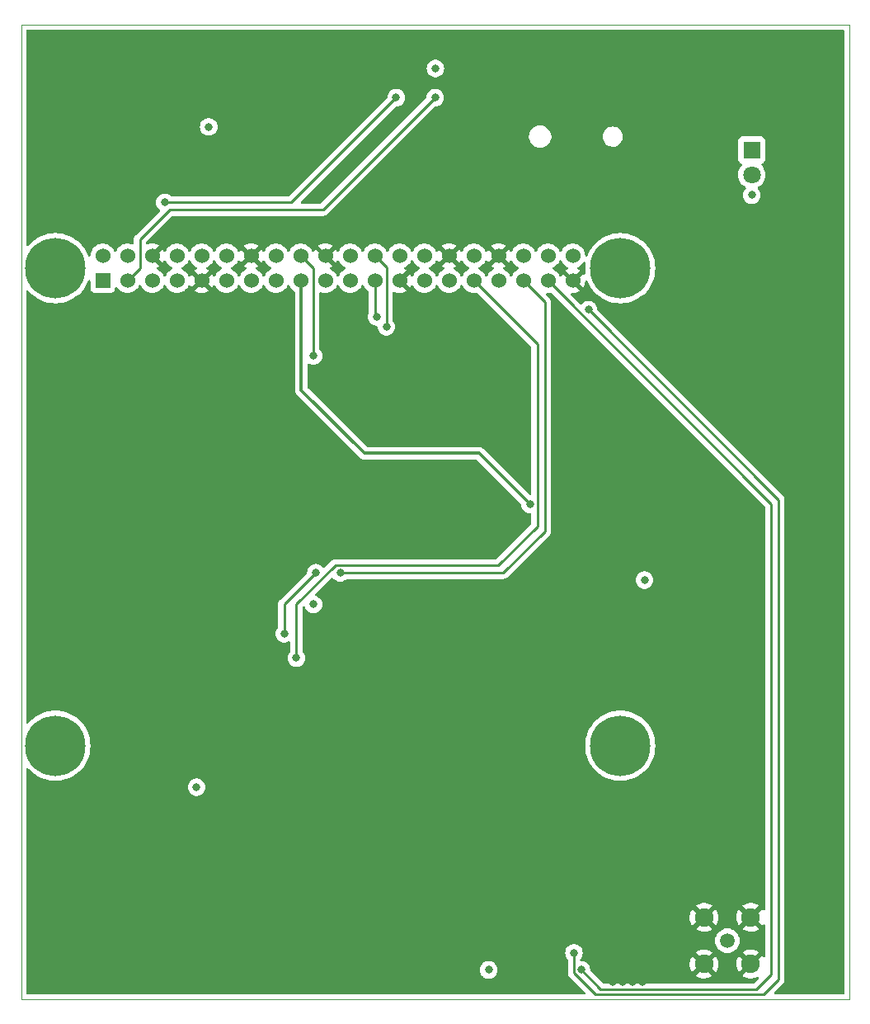
<source format=gbr>
%TF.GenerationSoftware,KiCad,Pcbnew,(6.0.7)*%
%TF.CreationDate,2022-10-30T05:00:52-05:00*%
%TF.ProjectId,GroundPCB,47726f75-6e64-4504-9342-2e6b69636164,1*%
%TF.SameCoordinates,Original*%
%TF.FileFunction,Copper,L4,Bot*%
%TF.FilePolarity,Positive*%
%FSLAX46Y46*%
G04 Gerber Fmt 4.6, Leading zero omitted, Abs format (unit mm)*
G04 Created by KiCad (PCBNEW (6.0.7)) date 2022-10-30 05:00:52*
%MOMM*%
%LPD*%
G01*
G04 APERTURE LIST*
%TA.AperFunction,Profile*%
%ADD10C,0.100000*%
%TD*%
%TA.AperFunction,ComponentPad*%
%ADD11C,6.200000*%
%TD*%
%TA.AperFunction,ComponentPad*%
%ADD12C,1.524000*%
%TD*%
%TA.AperFunction,ComponentPad*%
%ADD13R,1.524000X1.524000*%
%TD*%
%TA.AperFunction,ComponentPad*%
%ADD14C,1.920000*%
%TD*%
%TA.AperFunction,ComponentPad*%
%ADD15C,1.508000*%
%TD*%
%TA.AperFunction,ComponentPad*%
%ADD16R,1.800000X1.800000*%
%TD*%
%TA.AperFunction,ComponentPad*%
%ADD17C,1.800000*%
%TD*%
%TA.AperFunction,ViaPad*%
%ADD18C,0.800000*%
%TD*%
%TA.AperFunction,Conductor*%
%ADD19C,0.250000*%
%TD*%
%TA.AperFunction,Conductor*%
%ADD20C,0.300000*%
%TD*%
G04 APERTURE END LIST*
D10*
X100000000Y-53500000D02*
X185000000Y-53500000D01*
X185000000Y-53500000D02*
X185000000Y-153500000D01*
X185000000Y-153500000D02*
X100000000Y-153500000D01*
X100000000Y-153500000D02*
X100000000Y-53500000D01*
D11*
%TO.P,A1,S4*%
%TO.N,N/C*%
X103500000Y-127500000D03*
%TO.P,A1,S3*%
X161500000Y-127500000D03*
%TO.P,A1,S2*%
X161500000Y-78500000D03*
%TO.P,A1,S1*%
X103500000Y-78500000D03*
D12*
%TO.P,A1,40,GPIO21*%
%TO.N,unconnected-(A1-Pad40)*%
X156630000Y-77230000D03*
%TO.P,A1,39,GND[3]*%
%TO.N,GND*%
X156630000Y-79770000D03*
%TO.P,A1,38,GPIO20*%
%TO.N,unconnected-(A1-Pad38)*%
X154090000Y-77230000D03*
%TO.P,A1,37,GPIO26*%
%TO.N,CTRL2B*%
X154090000Y-79770000D03*
%TO.P,A1,36,GPIO16*%
%TO.N,unconnected-(A1-Pad36)*%
X151550000Y-77230000D03*
%TO.P,A1,35,GPIO19*%
%TO.N,CTRL2A*%
X151550000Y-79770000D03*
%TO.P,A1,34,GND[7]*%
%TO.N,GND*%
X149010000Y-77230000D03*
%TO.P,A1,33,GPIO13*%
%TO.N,CTRL1B*%
X149010000Y-79770000D03*
%TO.P,A1,32,GPIO12*%
%TO.N,unconnected-(A1-Pad32)*%
X146470000Y-77230000D03*
%TO.P,A1,31,GPIO6*%
%TO.N,CTRL1A*%
X146470000Y-79770000D03*
%TO.P,A1,30,GND[6]*%
%TO.N,GND*%
X143930000Y-77230000D03*
%TO.P,A1,29,GPIO5*%
%TO.N,unconnected-(A1-Pad29)*%
X143930000Y-79770000D03*
%TO.P,A1,28,ID_SC*%
%TO.N,unconnected-(A1-Pad28)*%
X141390000Y-77230000D03*
%TO.P,A1,27,ID_SD*%
%TO.N,unconnected-(A1-Pad27)*%
X141390000Y-79770000D03*
%TO.P,A1,26,~{CE1/}GPIO7*%
%TO.N,unconnected-(A1-Pad26)*%
X138850000Y-77230000D03*
%TO.P,A1,25,GND[2]*%
%TO.N,GND*%
X138850000Y-79770000D03*
%TO.P,A1,24,~{CE0}/GPIO8*%
%TO.N,CS*%
X136310000Y-77230000D03*
%TO.P,A1,23,GPIO11/SCLK*%
%TO.N,SCLK*%
X136310000Y-79770000D03*
%TO.P,A1,22,GEN/6GPIO25*%
%TO.N,unconnected-(A1-Pad22)*%
X133770000Y-77230000D03*
%TO.P,A1,21,GPIO9/MISO*%
%TO.N,MISO*%
X133770000Y-79770000D03*
%TO.P,A1,20,GND[5]*%
%TO.N,GND*%
X131230000Y-77230000D03*
%TO.P,A1,19,GPIO10/MOSI*%
%TO.N,MOSI*%
X131230000Y-79770000D03*
%TO.P,A1,18,GEN5/GPIO24*%
%TO.N,DIO0*%
X128690000Y-77230000D03*
%TO.P,A1,17,3V3[2]*%
%TO.N,+3.3V*%
X128690000Y-79770000D03*
%TO.P,A1,16,GEN4/GPIO23*%
%TO.N,RST-TRX*%
X126150000Y-77230000D03*
%TO.P,A1,15,GPIO22/GEN3*%
%TO.N,unconnected-(A1-Pad15)*%
X126150000Y-79770000D03*
%TO.P,A1,14,GND[4]*%
%TO.N,GND*%
X123610000Y-77230000D03*
%TO.P,A1,13,GPIO27/GEN2*%
%TO.N,unconnected-(A1-Pad13)*%
X123610000Y-79770000D03*
%TO.P,A1,12,GPIO18*%
%TO.N,unconnected-(A1-Pad12)*%
X121070000Y-77230000D03*
%TO.P,A1,11,GPIO17/GEN0*%
%TO.N,RST-RTC*%
X121070000Y-79770000D03*
%TO.P,A1,10,RXD0/GPIO15*%
%TO.N,unconnected-(A1-Pad10)*%
X118530000Y-77230000D03*
%TO.P,A1,9,GND[1]*%
%TO.N,GND*%
X118530000Y-79770000D03*
%TO.P,A1,8,TXD0/GPIO14*%
%TO.N,unconnected-(A1-Pad8)*%
X115990000Y-77230000D03*
%TO.P,A1,7,GPIO4/GPCKL0*%
%TO.N,unconnected-(A1-Pad7)*%
X115990000Y-79770000D03*
%TO.P,A1,6,GND[8]*%
%TO.N,GND*%
X113450000Y-77230000D03*
%TO.P,A1,5,GPIO3/SCL*%
%TO.N,SCL*%
X113450000Y-79770000D03*
%TO.P,A1,4,5V[2]*%
%TO.N,+5V*%
X110910000Y-77230000D03*
%TO.P,A1,3,GPIO2/SDA*%
%TO.N,SDA*%
X110910000Y-79770000D03*
%TO.P,A1,2,5V[1]*%
%TO.N,+5V*%
X108370000Y-77230000D03*
D13*
%TO.P,A1,1,3V3[1]*%
%TO.N,unconnected-(A1-Pad1)*%
X108370000Y-79770000D03*
%TD*%
D14*
%TO.P,J1,G4*%
%TO.N,GND*%
X174900000Y-145100000D03*
%TO.P,J1,G3*%
X174900000Y-149900000D03*
%TO.P,J1,G2*%
X170100000Y-149900000D03*
%TO.P,J1,G1*%
X170100000Y-145100000D03*
D15*
%TO.P,J1,1*%
%TO.N,Net-(IC2-Pad22)*%
X172500000Y-147500000D03*
%TD*%
D16*
%TO.P,D1,1,K*%
%TO.N,Net-(D1-Pad1)*%
X175000000Y-66381250D03*
D17*
%TO.P,D1,2,A*%
%TO.N,+5V*%
X175000000Y-68921250D03*
%TD*%
D18*
%TO.N,+5V*%
X118000000Y-131750000D03*
%TO.N,CTRL1A*%
X128250000Y-118500000D03*
%TO.N,CTRL1B*%
X158250000Y-82750000D03*
X156750000Y-148750000D03*
%TO.N,GND*%
X128000000Y-128500000D03*
X161750000Y-150250000D03*
X144750000Y-141000000D03*
X125500000Y-112000000D03*
X124000000Y-114000000D03*
X170250000Y-115250000D03*
X155000000Y-146250000D03*
X158500000Y-142000000D03*
X126500000Y-125000000D03*
X155250000Y-134750000D03*
X124000000Y-136000000D03*
X134250000Y-120500000D03*
X161750000Y-151750000D03*
X130250000Y-133250000D03*
X131250000Y-122000000D03*
X143750000Y-139500000D03*
X122500000Y-135000000D03*
X122000000Y-120500000D03*
X159250000Y-119500000D03*
X148750000Y-134500000D03*
X124000000Y-117000000D03*
X139250000Y-120500000D03*
X124000000Y-116000000D03*
X136750000Y-133000000D03*
X152750000Y-133000000D03*
X137250000Y-120500000D03*
X158500000Y-141000000D03*
X155750000Y-122500000D03*
X149900000Y-122500000D03*
X134750000Y-134500000D03*
X166750000Y-116500000D03*
X147750000Y-134500000D03*
X124000000Y-133000000D03*
X140750000Y-139500000D03*
X159250000Y-118500000D03*
X122500000Y-127000000D03*
X133250000Y-106250000D03*
X154250000Y-145500000D03*
X124250000Y-108000000D03*
X163750000Y-121000000D03*
X148750000Y-141000000D03*
X156750000Y-122500000D03*
X159500000Y-150500000D03*
X132250000Y-106250000D03*
X125000000Y-120000000D03*
X126500000Y-124000000D03*
X147750000Y-133000000D03*
X129250000Y-122000000D03*
X160000000Y-143000000D03*
X139750000Y-139500000D03*
X156750000Y-145500000D03*
X129250000Y-106250000D03*
X126500000Y-105750000D03*
X125000000Y-123000000D03*
X141750000Y-141000000D03*
X138750000Y-134500000D03*
X125500000Y-117000000D03*
X130250000Y-106250000D03*
X125750000Y-109000000D03*
X168750000Y-131500000D03*
X160750000Y-148250000D03*
X163750000Y-150000000D03*
X154250000Y-136250000D03*
X129250000Y-120500000D03*
X149900000Y-121000000D03*
X156000000Y-144750000D03*
X125000000Y-107250000D03*
X125500000Y-147000000D03*
X152000000Y-143250000D03*
X162750000Y-121000000D03*
X130250000Y-120500000D03*
X141250000Y-120500000D03*
X148750000Y-133000000D03*
X127250000Y-127750000D03*
X125750000Y-119250000D03*
X164750000Y-141500000D03*
X162000000Y-145500000D03*
X127250000Y-105000000D03*
X122500000Y-133000000D03*
X149750000Y-141000000D03*
X124500000Y-148000000D03*
X144750000Y-134500000D03*
X151750000Y-133000000D03*
X125000000Y-124000000D03*
X152250000Y-123750000D03*
X124000000Y-124000000D03*
X150750000Y-134500000D03*
X124000000Y-129000000D03*
X124000000Y-131000000D03*
X149100000Y-121000000D03*
X155000000Y-137000000D03*
X124000000Y-113000000D03*
X142750000Y-141000000D03*
X136250000Y-120500000D03*
X141750000Y-133000000D03*
X162500000Y-141250000D03*
X142250000Y-120500000D03*
X122500000Y-136000000D03*
X136750000Y-139500000D03*
X158500000Y-144000000D03*
X137750000Y-134500000D03*
X125750000Y-106500000D03*
X128000000Y-131000000D03*
X162750000Y-151750000D03*
X142750000Y-133000000D03*
X145500000Y-123500000D03*
X146750000Y-139500000D03*
X124000000Y-110000000D03*
X157250000Y-139250000D03*
X136750000Y-134500000D03*
X131250000Y-104750000D03*
X131250000Y-106250000D03*
X127250000Y-130250000D03*
X165500000Y-150750000D03*
X137750000Y-141000000D03*
X135250000Y-120500000D03*
X154500000Y-143250000D03*
X166000000Y-147750000D03*
X132250000Y-122000000D03*
X133250000Y-104750000D03*
X156750000Y-121000000D03*
X165500000Y-140750000D03*
X165000000Y-112750000D03*
X160000000Y-142000000D03*
X124000000Y-128000000D03*
X126500000Y-108250000D03*
X142750000Y-139500000D03*
X147750000Y-139500000D03*
X160000000Y-140100000D03*
X123000000Y-122000000D03*
X152750000Y-144000000D03*
X166250000Y-150000000D03*
X167000000Y-135000000D03*
X161750000Y-144500000D03*
X158000000Y-140000000D03*
X125000000Y-128000000D03*
X161000000Y-142750000D03*
X153750000Y-133250000D03*
X153500000Y-135500000D03*
X140750000Y-133000000D03*
X141750000Y-139500000D03*
X165250000Y-121750000D03*
X139250000Y-122000000D03*
X164000000Y-139750000D03*
X127000000Y-122000000D03*
X138750000Y-139500000D03*
X144000000Y-123500000D03*
X143250000Y-122000000D03*
X135250000Y-122000000D03*
X122500000Y-134000000D03*
X145750000Y-133000000D03*
X125000000Y-146000000D03*
X137250000Y-122000000D03*
X130250000Y-104750000D03*
X150750000Y-139500000D03*
X166750000Y-112750000D03*
X125500000Y-113000000D03*
X160000000Y-147500000D03*
X138250000Y-122000000D03*
X147750000Y-141000000D03*
X134250000Y-104750000D03*
X125000000Y-127000000D03*
X125750000Y-120750000D03*
X156750000Y-136250000D03*
X127250000Y-107500000D03*
X161750000Y-142000000D03*
X168750000Y-127750000D03*
X149750000Y-139500000D03*
X153000000Y-141750000D03*
X140250000Y-122000000D03*
X126500000Y-127000000D03*
X135750000Y-133000000D03*
X125500000Y-116000000D03*
X151500000Y-140250000D03*
X132500000Y-133000000D03*
X124000000Y-112000000D03*
X134750000Y-133000000D03*
X125750000Y-128750000D03*
X164750000Y-151500000D03*
X124000000Y-109000000D03*
X125500000Y-148000000D03*
X131750000Y-132250000D03*
X134250000Y-106250000D03*
X145750000Y-134500000D03*
X142250000Y-122000000D03*
X168750000Y-135000000D03*
X160250000Y-118500000D03*
X163000000Y-147000000D03*
X155750000Y-121000000D03*
X167750000Y-148500000D03*
X126500000Y-126000000D03*
X159750000Y-139250000D03*
X163250000Y-140500000D03*
X163750000Y-151750000D03*
X132825000Y-134500000D03*
X125500000Y-115000000D03*
X143750000Y-141000000D03*
X128250000Y-122000000D03*
X168750000Y-146750000D03*
X167000000Y-149250000D03*
X122500000Y-128000000D03*
X170250000Y-113750000D03*
X159250000Y-148250000D03*
X162750000Y-150250000D03*
X122500000Y-130000000D03*
X128100000Y-106600000D03*
X153500000Y-144750000D03*
X158000000Y-145500000D03*
X124000000Y-115000000D03*
X140750000Y-134500000D03*
X146750000Y-134500000D03*
X134250000Y-122000000D03*
X129250000Y-104750000D03*
X159750000Y-120500000D03*
X156500000Y-138500000D03*
X131900000Y-134500000D03*
X130250000Y-122000000D03*
X128750000Y-129250000D03*
X131250000Y-120500000D03*
X133750000Y-133000000D03*
X165250000Y-148500000D03*
X133250000Y-120500000D03*
X151250000Y-142500000D03*
X142750000Y-134500000D03*
X160000000Y-151250000D03*
X122500000Y-124000000D03*
X124000000Y-135000000D03*
X146750000Y-133000000D03*
X122000000Y-119500000D03*
X126500000Y-129500000D03*
X137750000Y-133000000D03*
X163000000Y-148000000D03*
X122500000Y-126000000D03*
X164000000Y-142250000D03*
X136250000Y-122000000D03*
X158500000Y-143000000D03*
X167750000Y-146750000D03*
X148750000Y-139500000D03*
X126500000Y-123000000D03*
X156000000Y-135500000D03*
X124000000Y-125000000D03*
X160000000Y-144000000D03*
X122500000Y-129000000D03*
X124000000Y-126000000D03*
X141750000Y-134500000D03*
X130250000Y-130750000D03*
X149750000Y-134500000D03*
X125500000Y-114000000D03*
X160750000Y-151750000D03*
X129500000Y-132500000D03*
X159000000Y-138500000D03*
X166750000Y-147000000D03*
X133750000Y-134500000D03*
X122500000Y-131000000D03*
X167000000Y-131500000D03*
X151750000Y-134500000D03*
X138750000Y-141000000D03*
X124000000Y-130000000D03*
X140250000Y-120500000D03*
X152750000Y-134750000D03*
X165000000Y-116500000D03*
X131000000Y-131500000D03*
X145750000Y-141000000D03*
X135750000Y-134500000D03*
X139750000Y-134500000D03*
X122500000Y-123000000D03*
X158250000Y-137750000D03*
X128750000Y-131750000D03*
X163750000Y-122500000D03*
X138750000Y-133000000D03*
X137750000Y-139500000D03*
X143250000Y-120500000D03*
X125500000Y-110000000D03*
X143750000Y-134500000D03*
X124250000Y-120750000D03*
X125000000Y-125000000D03*
X150500000Y-123750000D03*
X125000000Y-144750000D03*
X128250000Y-104750000D03*
X139750000Y-141000000D03*
X157500000Y-137000000D03*
X135750000Y-141000000D03*
X160250000Y-119500000D03*
X160000000Y-141000000D03*
X154500000Y-134000000D03*
X133250000Y-122000000D03*
X168750000Y-148250000D03*
X153750000Y-142500000D03*
X132250000Y-120500000D03*
X160750000Y-146750000D03*
X124250000Y-119250000D03*
X124000000Y-127000000D03*
X149750000Y-133000000D03*
X143750000Y-133000000D03*
X155250000Y-144000000D03*
X136750000Y-141000000D03*
X124000000Y-111000000D03*
X150750000Y-133000000D03*
X164500000Y-149250000D03*
X155750000Y-147000000D03*
X125500000Y-111000000D03*
X140750000Y-141000000D03*
X162500000Y-143750000D03*
X124000000Y-134000000D03*
X141250000Y-122000000D03*
X139750000Y-133000000D03*
X125000000Y-126000000D03*
X144750000Y-139500000D03*
X152250000Y-141000000D03*
X150500000Y-141750000D03*
X159750000Y-121750000D03*
X146750000Y-141000000D03*
X167000000Y-127750000D03*
X155750000Y-137750000D03*
X144750000Y-133000000D03*
X132250000Y-104750000D03*
X129500000Y-130000000D03*
X162750000Y-122500000D03*
X138250000Y-120500000D03*
X145750000Y-139500000D03*
X135750000Y-139500000D03*
X149100000Y-122500000D03*
X163250000Y-143000000D03*
X122500000Y-132000000D03*
X131000000Y-134000000D03*
X124500000Y-147000000D03*
X124000000Y-132000000D03*
X122500000Y-125000000D03*
X159250000Y-146750000D03*
%TO.N,CTRL2A*%
X130250000Y-109750000D03*
X132750000Y-109750000D03*
X127000000Y-116000000D03*
%TO.N,CTRL2B*%
X157500000Y-150500000D03*
%TO.N,+3.3V*%
X152250000Y-102750000D03*
%TO.N,+5V*%
X142525000Y-58000000D03*
X130000000Y-113000000D03*
X119250000Y-64000000D03*
X175000000Y-71000000D03*
X164000000Y-110500000D03*
X148000000Y-150500000D03*
%TO.N,SDA*%
X142500000Y-61000000D03*
%TO.N,SCL*%
X138500000Y-61000000D03*
X114750000Y-71750000D03*
%TO.N,SCLK*%
X136500000Y-83500000D03*
%TO.N,CS*%
X137500000Y-84500000D03*
%TO.N,DIO0*%
X130000000Y-87500000D03*
%TD*%
D19*
%TO.N,CTRL2A*%
X132750000Y-109750000D02*
X149500000Y-109750000D01*
%TO.N,CTRL1A*%
X149000000Y-109000000D02*
X132250000Y-109000000D01*
X146470000Y-79770000D02*
X153000000Y-86300000D01*
X128250000Y-113000000D02*
X128250000Y-118500000D01*
X132250000Y-109000000D02*
X128250000Y-113000000D01*
X153000000Y-86300000D02*
X153000000Y-105000000D01*
X153000000Y-105000000D02*
X149000000Y-109000000D01*
%TO.N,CTRL1B*%
X176250000Y-153000000D02*
X177750000Y-151500000D01*
X156750000Y-148750000D02*
X156750000Y-150775305D01*
X158974695Y-153000000D02*
X176250000Y-153000000D01*
X177750000Y-151500000D02*
X177750000Y-102250000D01*
X158250000Y-82750000D02*
X177750000Y-102250000D01*
X156750000Y-150775305D02*
X158974695Y-153000000D01*
%TO.N,CTRL2A*%
X149500000Y-109750000D02*
X153750000Y-105500000D01*
X127000000Y-116000000D02*
X127000000Y-113000000D01*
X153750000Y-105500000D02*
X153750000Y-81970000D01*
X127000000Y-113000000D02*
X130250000Y-109750000D01*
X153750000Y-81970000D02*
X151550000Y-79770000D01*
%TO.N,CTRL2B*%
X177000000Y-102680000D02*
X154090000Y-79770000D01*
X175500000Y-152500000D02*
X177000000Y-151000000D01*
X159500000Y-152500000D02*
X175500000Y-152500000D01*
X177000000Y-151000000D02*
X177000000Y-102680000D01*
X157500000Y-150500000D02*
X159500000Y-152500000D01*
D20*
%TO.N,+3.3V*%
X135250000Y-97500000D02*
X128750000Y-91000000D01*
X128750000Y-91000000D02*
X128750000Y-79830000D01*
X152250000Y-102750000D02*
X147000000Y-97500000D01*
X147000000Y-97500000D02*
X135250000Y-97500000D01*
D19*
%TO.N,SDA*%
X115250000Y-72500000D02*
X131000000Y-72500000D01*
X112172964Y-78507036D02*
X112172964Y-75577036D01*
X110910000Y-79770000D02*
X112172964Y-78507036D01*
X112172964Y-75577036D02*
X115250000Y-72500000D01*
X131000000Y-72500000D02*
X142500000Y-61000000D01*
%TO.N,SCL*%
X138500000Y-61000000D02*
X127750000Y-71750000D01*
X127750000Y-71750000D02*
X114750000Y-71750000D01*
%TO.N,SCLK*%
X136310000Y-83310000D02*
X136310000Y-79770000D01*
X136500000Y-83500000D02*
X136310000Y-83310000D01*
%TO.N,CS*%
X137500000Y-78420000D02*
X136310000Y-77230000D01*
X137500000Y-84500000D02*
X137500000Y-78420000D01*
%TO.N,DIO0*%
X130000000Y-87500000D02*
X130000000Y-78540000D01*
X130000000Y-78540000D02*
X128690000Y-77230000D01*
%TD*%
%TA.AperFunction,Conductor*%
%TO.N,GND*%
G36*
X184441621Y-54020502D02*
G01*
X184488114Y-54074158D01*
X184499500Y-54126500D01*
X184499500Y-152873500D01*
X184479498Y-152941621D01*
X184425842Y-152988114D01*
X184373500Y-152999500D01*
X177439280Y-152999500D01*
X177371159Y-152979498D01*
X177324666Y-152925842D01*
X177314562Y-152855568D01*
X177344056Y-152790988D01*
X177350169Y-152784422D01*
X178137360Y-151997231D01*
X178145469Y-151989853D01*
X178151877Y-151985786D01*
X178197885Y-151936793D01*
X178200640Y-151933951D01*
X178220120Y-151914471D01*
X178222548Y-151911341D01*
X178222620Y-151911259D01*
X178230229Y-151902351D01*
X178260062Y-151870582D01*
X178269636Y-151853167D01*
X178280493Y-151836638D01*
X178287814Y-151827200D01*
X178292673Y-151820936D01*
X178309979Y-151780943D01*
X178315200Y-151770287D01*
X178332376Y-151739045D01*
X178332380Y-151739036D01*
X178336197Y-151732092D01*
X178341140Y-151712839D01*
X178347544Y-151694136D01*
X178352287Y-151683175D01*
X178355437Y-151675896D01*
X178362254Y-151632852D01*
X178364662Y-151621229D01*
X178373529Y-151586696D01*
X178373529Y-151586695D01*
X178375500Y-151579019D01*
X178375500Y-151559144D01*
X178377051Y-151539433D01*
X178378920Y-151527633D01*
X178380160Y-151519804D01*
X178376059Y-151476420D01*
X178375500Y-151464563D01*
X178375500Y-102327698D01*
X178376017Y-102316737D01*
X178377672Y-102309332D01*
X178375562Y-102242176D01*
X178375500Y-102238219D01*
X178375500Y-102210650D01*
X178375003Y-102206715D01*
X178374996Y-102206605D01*
X178374078Y-102194934D01*
X178372958Y-102159296D01*
X178372709Y-102151372D01*
X178370497Y-102143759D01*
X178370496Y-102143752D01*
X178367164Y-102132282D01*
X178363155Y-102112926D01*
X178361657Y-102101071D01*
X178360664Y-102093208D01*
X178357747Y-102085842D01*
X178357746Y-102085836D01*
X178344619Y-102052683D01*
X178340773Y-102041450D01*
X178330829Y-102007220D01*
X178330826Y-102007213D01*
X178328617Y-101999610D01*
X178324586Y-101992794D01*
X178324585Y-101992791D01*
X178318501Y-101982504D01*
X178309805Y-101964752D01*
X178305406Y-101953643D01*
X178302486Y-101946268D01*
X178297825Y-101939853D01*
X178297823Y-101939849D01*
X178276873Y-101911013D01*
X178270357Y-101901094D01*
X178252206Y-101870402D01*
X178252202Y-101870397D01*
X178248170Y-101863579D01*
X178234117Y-101849526D01*
X178221276Y-101834492D01*
X178214254Y-101824827D01*
X178209594Y-101818413D01*
X178176016Y-101790635D01*
X178167236Y-101782645D01*
X159189462Y-82804871D01*
X159155436Y-82742559D01*
X159153247Y-82728946D01*
X159136364Y-82568307D01*
X159136364Y-82568305D01*
X159135674Y-82561744D01*
X159077179Y-82381716D01*
X158982533Y-82217784D01*
X158972274Y-82206390D01*
X158860286Y-82082015D01*
X158860284Y-82082014D01*
X158855871Y-82077112D01*
X158815393Y-82047703D01*
X158708072Y-81969730D01*
X158708071Y-81969729D01*
X158702730Y-81965849D01*
X158529803Y-81888856D01*
X158431788Y-81868022D01*
X158351103Y-81850872D01*
X158351099Y-81850872D01*
X158344646Y-81849500D01*
X158155354Y-81849500D01*
X158148901Y-81850872D01*
X158148897Y-81850872D01*
X158068212Y-81868022D01*
X157970197Y-81888856D01*
X157797270Y-81965849D01*
X157791929Y-81969729D01*
X157791928Y-81969730D01*
X157684607Y-82047703D01*
X157644129Y-82077112D01*
X157639718Y-82082011D01*
X157639709Y-82082019D01*
X157561257Y-82169150D01*
X157500811Y-82206390D01*
X157429828Y-82205038D01*
X157378526Y-82173935D01*
X156457743Y-81253152D01*
X156423717Y-81190840D01*
X156428782Y-81120025D01*
X156471329Y-81063189D01*
X156537849Y-81038378D01*
X156557820Y-81038536D01*
X156624525Y-81044372D01*
X156635475Y-81044372D01*
X156845896Y-81025962D01*
X156856691Y-81024059D01*
X157060715Y-80969391D01*
X157071007Y-80965645D01*
X157262445Y-80876376D01*
X157271931Y-80870898D01*
X157315764Y-80840207D01*
X157324139Y-80829729D01*
X157317071Y-80816281D01*
X155582997Y-79082207D01*
X155571223Y-79075777D01*
X155559207Y-79085074D01*
X155529103Y-79128068D01*
X155523623Y-79137559D01*
X155470058Y-79252429D01*
X155423141Y-79305714D01*
X155354863Y-79325175D01*
X155286903Y-79304633D01*
X155241668Y-79252429D01*
X155189857Y-79141320D01*
X155189855Y-79141317D01*
X155187534Y-79136339D01*
X155060826Y-78955380D01*
X154904620Y-78799174D01*
X154900112Y-78796017D01*
X154900109Y-78796015D01*
X154728171Y-78675623D01*
X154728168Y-78675621D01*
X154723662Y-78672466D01*
X154718680Y-78670143D01*
X154718675Y-78670140D01*
X154598699Y-78614195D01*
X154545414Y-78567278D01*
X154525953Y-78499001D01*
X154546495Y-78431041D01*
X154598699Y-78385805D01*
X154718675Y-78329860D01*
X154718680Y-78329857D01*
X154723662Y-78327534D01*
X154732461Y-78321373D01*
X154900109Y-78203985D01*
X154900112Y-78203983D01*
X154904620Y-78200826D01*
X155060826Y-78044620D01*
X155187534Y-77863661D01*
X155195848Y-77845833D01*
X155245805Y-77738699D01*
X155292722Y-77685414D01*
X155361000Y-77665953D01*
X155428960Y-77686495D01*
X155474195Y-77738699D01*
X155524153Y-77845833D01*
X155532466Y-77863661D01*
X155659174Y-78044620D01*
X155815380Y-78200826D01*
X155819888Y-78203983D01*
X155819891Y-78203985D01*
X155987539Y-78321373D01*
X155996338Y-78327534D01*
X156001320Y-78329857D01*
X156001325Y-78329860D01*
X156112429Y-78381668D01*
X156165714Y-78428585D01*
X156185175Y-78496862D01*
X156164633Y-78564822D01*
X156112429Y-78610058D01*
X155997559Y-78663623D01*
X155988068Y-78669103D01*
X155944235Y-78699794D01*
X155935860Y-78710271D01*
X155942928Y-78723718D01*
X156617188Y-79397978D01*
X156631132Y-79405592D01*
X156632965Y-79405461D01*
X156639580Y-79401210D01*
X157317793Y-78722997D01*
X157324223Y-78711223D01*
X157314926Y-78699207D01*
X157271931Y-78669102D01*
X157262445Y-78663624D01*
X157147571Y-78610058D01*
X157094286Y-78563141D01*
X157074825Y-78494864D01*
X157095367Y-78426904D01*
X157147571Y-78381668D01*
X157258675Y-78329860D01*
X157258680Y-78329857D01*
X157263662Y-78327534D01*
X157272461Y-78321373D01*
X157440109Y-78203985D01*
X157440112Y-78203983D01*
X157444620Y-78200826D01*
X157600826Y-78044620D01*
X157708978Y-77890162D01*
X157764435Y-77845833D01*
X157835054Y-77838524D01*
X157898415Y-77870554D01*
X157934400Y-77931756D01*
X157936640Y-77982143D01*
X157916641Y-78108413D01*
X157914310Y-78123129D01*
X157894559Y-78500000D01*
X157914310Y-78876871D01*
X157914823Y-78880111D01*
X157914824Y-78880119D01*
X157933964Y-79000960D01*
X157924864Y-79071371D01*
X157879143Y-79125685D01*
X157811314Y-79146658D01*
X157742915Y-79127631D01*
X157706301Y-79092940D01*
X157700206Y-79084235D01*
X157689729Y-79075860D01*
X157676282Y-79082928D01*
X157002022Y-79757188D01*
X156994408Y-79771132D01*
X156994539Y-79772965D01*
X156998790Y-79779580D01*
X157677003Y-80457793D01*
X157688777Y-80464223D01*
X157700793Y-80454926D01*
X157730897Y-80411932D01*
X157736377Y-80402441D01*
X157825645Y-80211007D01*
X157829391Y-80200715D01*
X157884059Y-79996691D01*
X157885963Y-79985895D01*
X157899232Y-79834221D01*
X157925095Y-79768102D01*
X157982599Y-79726463D01*
X158053486Y-79722522D01*
X158115251Y-79757531D01*
X158142384Y-79800047D01*
X158206266Y-79966465D01*
X158207764Y-79969405D01*
X158365358Y-80278699D01*
X158377597Y-80302720D01*
X158379393Y-80305486D01*
X158379395Y-80305489D01*
X158461324Y-80431649D01*
X158583137Y-80619225D01*
X158820635Y-80912511D01*
X159087489Y-81179365D01*
X159380775Y-81416863D01*
X159383550Y-81418665D01*
X159628857Y-81577969D01*
X159697279Y-81622403D01*
X159700213Y-81623898D01*
X159700220Y-81623902D01*
X159874673Y-81712790D01*
X160033535Y-81793734D01*
X160385857Y-81928978D01*
X160750387Y-82026653D01*
X160948353Y-82058008D01*
X161119881Y-82085176D01*
X161119889Y-82085177D01*
X161123129Y-82085690D01*
X161500000Y-82105441D01*
X161876871Y-82085690D01*
X161880111Y-82085177D01*
X161880119Y-82085176D01*
X162051647Y-82058008D01*
X162249613Y-82026653D01*
X162614143Y-81928978D01*
X162966465Y-81793734D01*
X163125327Y-81712790D01*
X163299780Y-81623902D01*
X163299787Y-81623898D01*
X163302721Y-81622403D01*
X163371144Y-81577969D01*
X163616450Y-81418665D01*
X163619225Y-81416863D01*
X163912511Y-81179365D01*
X164179365Y-80912511D01*
X164416863Y-80619225D01*
X164538676Y-80431649D01*
X164620605Y-80305489D01*
X164620607Y-80305486D01*
X164622403Y-80302720D01*
X164634643Y-80278699D01*
X164792236Y-79969405D01*
X164793734Y-79966465D01*
X164928978Y-79614143D01*
X165026653Y-79249613D01*
X165067180Y-78993738D01*
X165085176Y-78880119D01*
X165085177Y-78880111D01*
X165085690Y-78876871D01*
X165105441Y-78500000D01*
X165085690Y-78123129D01*
X165083360Y-78108413D01*
X165053168Y-77917793D01*
X165026653Y-77750387D01*
X164928978Y-77385857D01*
X164888642Y-77280777D01*
X164850629Y-77181751D01*
X164793734Y-77033535D01*
X164704283Y-76857978D01*
X164623902Y-76700221D01*
X164623898Y-76700214D01*
X164622403Y-76697280D01*
X164416863Y-76380775D01*
X164179365Y-76087489D01*
X163912511Y-75820635D01*
X163619225Y-75583137D01*
X163327776Y-75393868D01*
X163305490Y-75379395D01*
X163305487Y-75379393D01*
X163302721Y-75377597D01*
X163299787Y-75376102D01*
X163299780Y-75376098D01*
X162969405Y-75207764D01*
X162966465Y-75206266D01*
X162614143Y-75071022D01*
X162249613Y-74973347D01*
X162051647Y-74941992D01*
X161880119Y-74914824D01*
X161880111Y-74914823D01*
X161876871Y-74914310D01*
X161500000Y-74894559D01*
X161123129Y-74914310D01*
X161119889Y-74914823D01*
X161119881Y-74914824D01*
X160948353Y-74941992D01*
X160750387Y-74973347D01*
X160385857Y-75071022D01*
X160033535Y-75206266D01*
X160030595Y-75207764D01*
X159700221Y-75376098D01*
X159700214Y-75376102D01*
X159697280Y-75377597D01*
X159694514Y-75379393D01*
X159694511Y-75379395D01*
X159576830Y-75455818D01*
X159380775Y-75583137D01*
X159087489Y-75820635D01*
X158820635Y-76087489D01*
X158583137Y-76380775D01*
X158377597Y-76697280D01*
X158376102Y-76700214D01*
X158376098Y-76700221D01*
X158295717Y-76857978D01*
X158206266Y-77033535D01*
X158147753Y-77185968D01*
X158136254Y-77215923D01*
X158093168Y-77272351D01*
X158026415Y-77296528D01*
X157957188Y-77280777D01*
X157907466Y-77230099D01*
X157893102Y-77181751D01*
X157880135Y-77033535D01*
X157878070Y-77009932D01*
X157820894Y-76796550D01*
X157774604Y-76697280D01*
X157729857Y-76601320D01*
X157729855Y-76601317D01*
X157727534Y-76596339D01*
X157600826Y-76415380D01*
X157444620Y-76259174D01*
X157440112Y-76256017D01*
X157440109Y-76256015D01*
X157268171Y-76135623D01*
X157268168Y-76135621D01*
X157263662Y-76132466D01*
X157258680Y-76130143D01*
X157258675Y-76130140D01*
X157068432Y-76041429D01*
X157068431Y-76041429D01*
X157063450Y-76039106D01*
X157058142Y-76037684D01*
X157058140Y-76037683D01*
X156934598Y-76004580D01*
X156850068Y-75981930D01*
X156630000Y-75962677D01*
X156409932Y-75981930D01*
X156325402Y-76004580D01*
X156201860Y-76037683D01*
X156201858Y-76037684D01*
X156196550Y-76039106D01*
X156191569Y-76041428D01*
X156191568Y-76041429D01*
X156001320Y-76130143D01*
X156001317Y-76130145D01*
X155996339Y-76132466D01*
X155815380Y-76259174D01*
X155659174Y-76415380D01*
X155532466Y-76596339D01*
X155530145Y-76601317D01*
X155530143Y-76601320D01*
X155474195Y-76721301D01*
X155427278Y-76774586D01*
X155359000Y-76794047D01*
X155291040Y-76773505D01*
X155245805Y-76721301D01*
X155189857Y-76601320D01*
X155189855Y-76601317D01*
X155187534Y-76596339D01*
X155060826Y-76415380D01*
X154904620Y-76259174D01*
X154900112Y-76256017D01*
X154900109Y-76256015D01*
X154728171Y-76135623D01*
X154728168Y-76135621D01*
X154723662Y-76132466D01*
X154718680Y-76130143D01*
X154718675Y-76130140D01*
X154528432Y-76041429D01*
X154528431Y-76041429D01*
X154523450Y-76039106D01*
X154518142Y-76037684D01*
X154518140Y-76037683D01*
X154394598Y-76004580D01*
X154310068Y-75981930D01*
X154090000Y-75962677D01*
X153869932Y-75981930D01*
X153785402Y-76004580D01*
X153661860Y-76037683D01*
X153661858Y-76037684D01*
X153656550Y-76039106D01*
X153651569Y-76041428D01*
X153651568Y-76041429D01*
X153461320Y-76130143D01*
X153461317Y-76130145D01*
X153456339Y-76132466D01*
X153275380Y-76259174D01*
X153119174Y-76415380D01*
X152992466Y-76596339D01*
X152990145Y-76601317D01*
X152990143Y-76601320D01*
X152934195Y-76721301D01*
X152887278Y-76774586D01*
X152819000Y-76794047D01*
X152751040Y-76773505D01*
X152705805Y-76721301D01*
X152649857Y-76601320D01*
X152649855Y-76601317D01*
X152647534Y-76596339D01*
X152520826Y-76415380D01*
X152364620Y-76259174D01*
X152360112Y-76256017D01*
X152360109Y-76256015D01*
X152188171Y-76135623D01*
X152188168Y-76135621D01*
X152183662Y-76132466D01*
X152178680Y-76130143D01*
X152178675Y-76130140D01*
X151988432Y-76041429D01*
X151988431Y-76041429D01*
X151983450Y-76039106D01*
X151978142Y-76037684D01*
X151978140Y-76037683D01*
X151854598Y-76004580D01*
X151770068Y-75981930D01*
X151550000Y-75962677D01*
X151329932Y-75981930D01*
X151245402Y-76004580D01*
X151121860Y-76037683D01*
X151121858Y-76037684D01*
X151116550Y-76039106D01*
X151111569Y-76041428D01*
X151111568Y-76041429D01*
X150921320Y-76130143D01*
X150921317Y-76130145D01*
X150916339Y-76132466D01*
X150735380Y-76259174D01*
X150579174Y-76415380D01*
X150452466Y-76596339D01*
X150450145Y-76601317D01*
X150450143Y-76601320D01*
X150398332Y-76712429D01*
X150351414Y-76765714D01*
X150283137Y-76785175D01*
X150215177Y-76764633D01*
X150169942Y-76712429D01*
X150116377Y-76597559D01*
X150110897Y-76588068D01*
X150080206Y-76544235D01*
X150069729Y-76535860D01*
X150056282Y-76542928D01*
X149382022Y-77217188D01*
X149374408Y-77231132D01*
X149374539Y-77232965D01*
X149378790Y-77239580D01*
X150057003Y-77917793D01*
X150068777Y-77924223D01*
X150080793Y-77914926D01*
X150110897Y-77871932D01*
X150116377Y-77862441D01*
X150169942Y-77747571D01*
X150216859Y-77694286D01*
X150285137Y-77674825D01*
X150353097Y-77695367D01*
X150398332Y-77747571D01*
X150444153Y-77845833D01*
X150452466Y-77863661D01*
X150579174Y-78044620D01*
X150735380Y-78200826D01*
X150739888Y-78203983D01*
X150739891Y-78203985D01*
X150907539Y-78321373D01*
X150916338Y-78327534D01*
X150921320Y-78329857D01*
X150921325Y-78329860D01*
X151041301Y-78385805D01*
X151094586Y-78432722D01*
X151114047Y-78500999D01*
X151093505Y-78568959D01*
X151041301Y-78614195D01*
X150921320Y-78670143D01*
X150921317Y-78670145D01*
X150916339Y-78672466D01*
X150735380Y-78799174D01*
X150579174Y-78955380D01*
X150452466Y-79136339D01*
X150450145Y-79141317D01*
X150450143Y-79141320D01*
X150394195Y-79261301D01*
X150347278Y-79314586D01*
X150279000Y-79334047D01*
X150211040Y-79313505D01*
X150165805Y-79261301D01*
X150109857Y-79141320D01*
X150109855Y-79141317D01*
X150107534Y-79136339D01*
X149980826Y-78955380D01*
X149824620Y-78799174D01*
X149820112Y-78796017D01*
X149820109Y-78796015D01*
X149648171Y-78675623D01*
X149648168Y-78675621D01*
X149643662Y-78672466D01*
X149638680Y-78670143D01*
X149638675Y-78670140D01*
X149527571Y-78618332D01*
X149474286Y-78571415D01*
X149454825Y-78503138D01*
X149475367Y-78435178D01*
X149527571Y-78389942D01*
X149642445Y-78336376D01*
X149651931Y-78330898D01*
X149695764Y-78300207D01*
X149704139Y-78289729D01*
X149697071Y-78276281D01*
X149022812Y-77602022D01*
X149008868Y-77594408D01*
X149007035Y-77594539D01*
X149000420Y-77598790D01*
X148322207Y-78277003D01*
X148315777Y-78288777D01*
X148325074Y-78300793D01*
X148368069Y-78330898D01*
X148377555Y-78336376D01*
X148492429Y-78389942D01*
X148545714Y-78436859D01*
X148565175Y-78505136D01*
X148544633Y-78573096D01*
X148492429Y-78618332D01*
X148381320Y-78670143D01*
X148381317Y-78670145D01*
X148376339Y-78672466D01*
X148195380Y-78799174D01*
X148039174Y-78955380D01*
X147912466Y-79136339D01*
X147910145Y-79141317D01*
X147910143Y-79141320D01*
X147854195Y-79261301D01*
X147807278Y-79314586D01*
X147739000Y-79334047D01*
X147671040Y-79313505D01*
X147625805Y-79261301D01*
X147569857Y-79141320D01*
X147569855Y-79141317D01*
X147567534Y-79136339D01*
X147440826Y-78955380D01*
X147284620Y-78799174D01*
X147280112Y-78796017D01*
X147280109Y-78796015D01*
X147108171Y-78675623D01*
X147108168Y-78675621D01*
X147103662Y-78672466D01*
X147098680Y-78670143D01*
X147098675Y-78670140D01*
X146978699Y-78614195D01*
X146925414Y-78567278D01*
X146905953Y-78499001D01*
X146926495Y-78431041D01*
X146978699Y-78385805D01*
X147098675Y-78329860D01*
X147098680Y-78329857D01*
X147103662Y-78327534D01*
X147112461Y-78321373D01*
X147280109Y-78203985D01*
X147280112Y-78203983D01*
X147284620Y-78200826D01*
X147440826Y-78044620D01*
X147567534Y-77863661D01*
X147575848Y-77845833D01*
X147621668Y-77747571D01*
X147668586Y-77694286D01*
X147736863Y-77674825D01*
X147804823Y-77695367D01*
X147850058Y-77747571D01*
X147903623Y-77862441D01*
X147909103Y-77871932D01*
X147939794Y-77915765D01*
X147950271Y-77924140D01*
X147963718Y-77917072D01*
X148637978Y-77242812D01*
X148645592Y-77228868D01*
X148645461Y-77227035D01*
X148641210Y-77220420D01*
X147962997Y-76542207D01*
X147951223Y-76535777D01*
X147939207Y-76545074D01*
X147909103Y-76588068D01*
X147903623Y-76597559D01*
X147850058Y-76712429D01*
X147803141Y-76765714D01*
X147734863Y-76785175D01*
X147666903Y-76764633D01*
X147621668Y-76712429D01*
X147569857Y-76601320D01*
X147569855Y-76601317D01*
X147567534Y-76596339D01*
X147440826Y-76415380D01*
X147284620Y-76259174D01*
X147280112Y-76256017D01*
X147280109Y-76256015D01*
X147157654Y-76170271D01*
X148315860Y-76170271D01*
X148322928Y-76183718D01*
X148997188Y-76857978D01*
X149011132Y-76865592D01*
X149012965Y-76865461D01*
X149019580Y-76861210D01*
X149697793Y-76182997D01*
X149704223Y-76171223D01*
X149694926Y-76159207D01*
X149651931Y-76129102D01*
X149642445Y-76123624D01*
X149451007Y-76034355D01*
X149440715Y-76030609D01*
X149236691Y-75975941D01*
X149225896Y-75974038D01*
X149015475Y-75955628D01*
X149004525Y-75955628D01*
X148794104Y-75974038D01*
X148783309Y-75975941D01*
X148579285Y-76030609D01*
X148568993Y-76034355D01*
X148377559Y-76123623D01*
X148368068Y-76129103D01*
X148324235Y-76159794D01*
X148315860Y-76170271D01*
X147157654Y-76170271D01*
X147108171Y-76135623D01*
X147108168Y-76135621D01*
X147103662Y-76132466D01*
X147098680Y-76130143D01*
X147098675Y-76130140D01*
X146908432Y-76041429D01*
X146908431Y-76041429D01*
X146903450Y-76039106D01*
X146898142Y-76037684D01*
X146898140Y-76037683D01*
X146774598Y-76004580D01*
X146690068Y-75981930D01*
X146470000Y-75962677D01*
X146249932Y-75981930D01*
X146165402Y-76004580D01*
X146041860Y-76037683D01*
X146041858Y-76037684D01*
X146036550Y-76039106D01*
X146031569Y-76041428D01*
X146031568Y-76041429D01*
X145841320Y-76130143D01*
X145841317Y-76130145D01*
X145836339Y-76132466D01*
X145655380Y-76259174D01*
X145499174Y-76415380D01*
X145372466Y-76596339D01*
X145370145Y-76601317D01*
X145370143Y-76601320D01*
X145318332Y-76712429D01*
X145271414Y-76765714D01*
X145203137Y-76785175D01*
X145135177Y-76764633D01*
X145089942Y-76712429D01*
X145036377Y-76597559D01*
X145030897Y-76588068D01*
X145000206Y-76544235D01*
X144989729Y-76535860D01*
X144976282Y-76542928D01*
X144302022Y-77217188D01*
X144294408Y-77231132D01*
X144294539Y-77232965D01*
X144298790Y-77239580D01*
X144977003Y-77917793D01*
X144988777Y-77924223D01*
X145000793Y-77914926D01*
X145030897Y-77871932D01*
X145036377Y-77862441D01*
X145089942Y-77747571D01*
X145136859Y-77694286D01*
X145205137Y-77674825D01*
X145273097Y-77695367D01*
X145318332Y-77747571D01*
X145364153Y-77845833D01*
X145372466Y-77863661D01*
X145499174Y-78044620D01*
X145655380Y-78200826D01*
X145659888Y-78203983D01*
X145659891Y-78203985D01*
X145827539Y-78321373D01*
X145836338Y-78327534D01*
X145841320Y-78329857D01*
X145841325Y-78329860D01*
X145961301Y-78385805D01*
X146014586Y-78432722D01*
X146034047Y-78500999D01*
X146013505Y-78568959D01*
X145961301Y-78614195D01*
X145841320Y-78670143D01*
X145841317Y-78670145D01*
X145836339Y-78672466D01*
X145655380Y-78799174D01*
X145499174Y-78955380D01*
X145372466Y-79136339D01*
X145370145Y-79141317D01*
X145370143Y-79141320D01*
X145314195Y-79261301D01*
X145267278Y-79314586D01*
X145199000Y-79334047D01*
X145131040Y-79313505D01*
X145085805Y-79261301D01*
X145029857Y-79141320D01*
X145029855Y-79141317D01*
X145027534Y-79136339D01*
X144900826Y-78955380D01*
X144744620Y-78799174D01*
X144740112Y-78796017D01*
X144740109Y-78796015D01*
X144568171Y-78675623D01*
X144568168Y-78675621D01*
X144563662Y-78672466D01*
X144558680Y-78670143D01*
X144558675Y-78670140D01*
X144447571Y-78618332D01*
X144394286Y-78571415D01*
X144374825Y-78503138D01*
X144395367Y-78435178D01*
X144447571Y-78389942D01*
X144562445Y-78336376D01*
X144571931Y-78330898D01*
X144615764Y-78300207D01*
X144624139Y-78289729D01*
X144617071Y-78276281D01*
X143942812Y-77602022D01*
X143928868Y-77594408D01*
X143927035Y-77594539D01*
X143920420Y-77598790D01*
X143242207Y-78277003D01*
X143235777Y-78288777D01*
X143245074Y-78300793D01*
X143288069Y-78330898D01*
X143297555Y-78336376D01*
X143412429Y-78389942D01*
X143465714Y-78436859D01*
X143485175Y-78505136D01*
X143464633Y-78573096D01*
X143412429Y-78618332D01*
X143301320Y-78670143D01*
X143301317Y-78670145D01*
X143296339Y-78672466D01*
X143115380Y-78799174D01*
X142959174Y-78955380D01*
X142832466Y-79136339D01*
X142830145Y-79141317D01*
X142830143Y-79141320D01*
X142774195Y-79261301D01*
X142727278Y-79314586D01*
X142659000Y-79334047D01*
X142591040Y-79313505D01*
X142545805Y-79261301D01*
X142489857Y-79141320D01*
X142489855Y-79141317D01*
X142487534Y-79136339D01*
X142360826Y-78955380D01*
X142204620Y-78799174D01*
X142200112Y-78796017D01*
X142200109Y-78796015D01*
X142028171Y-78675623D01*
X142028168Y-78675621D01*
X142023662Y-78672466D01*
X142018680Y-78670143D01*
X142018675Y-78670140D01*
X141898699Y-78614195D01*
X141845414Y-78567278D01*
X141825953Y-78499001D01*
X141846495Y-78431041D01*
X141898699Y-78385805D01*
X142018675Y-78329860D01*
X142018680Y-78329857D01*
X142023662Y-78327534D01*
X142032461Y-78321373D01*
X142200109Y-78203985D01*
X142200112Y-78203983D01*
X142204620Y-78200826D01*
X142360826Y-78044620D01*
X142487534Y-77863661D01*
X142495848Y-77845833D01*
X142541668Y-77747571D01*
X142588586Y-77694286D01*
X142656863Y-77674825D01*
X142724823Y-77695367D01*
X142770058Y-77747571D01*
X142823623Y-77862441D01*
X142829103Y-77871932D01*
X142859794Y-77915765D01*
X142870271Y-77924140D01*
X142883718Y-77917072D01*
X143557978Y-77242812D01*
X143565592Y-77228868D01*
X143565461Y-77227035D01*
X143561210Y-77220420D01*
X142882997Y-76542207D01*
X142871223Y-76535777D01*
X142859207Y-76545074D01*
X142829103Y-76588068D01*
X142823623Y-76597559D01*
X142770058Y-76712429D01*
X142723141Y-76765714D01*
X142654863Y-76785175D01*
X142586903Y-76764633D01*
X142541668Y-76712429D01*
X142489857Y-76601320D01*
X142489855Y-76601317D01*
X142487534Y-76596339D01*
X142360826Y-76415380D01*
X142204620Y-76259174D01*
X142200112Y-76256017D01*
X142200109Y-76256015D01*
X142077654Y-76170271D01*
X143235860Y-76170271D01*
X143242928Y-76183718D01*
X143917188Y-76857978D01*
X143931132Y-76865592D01*
X143932965Y-76865461D01*
X143939580Y-76861210D01*
X144617793Y-76182997D01*
X144624223Y-76171223D01*
X144614926Y-76159207D01*
X144571931Y-76129102D01*
X144562445Y-76123624D01*
X144371007Y-76034355D01*
X144360715Y-76030609D01*
X144156691Y-75975941D01*
X144145896Y-75974038D01*
X143935475Y-75955628D01*
X143924525Y-75955628D01*
X143714104Y-75974038D01*
X143703309Y-75975941D01*
X143499285Y-76030609D01*
X143488993Y-76034355D01*
X143297559Y-76123623D01*
X143288068Y-76129103D01*
X143244235Y-76159794D01*
X143235860Y-76170271D01*
X142077654Y-76170271D01*
X142028171Y-76135623D01*
X142028168Y-76135621D01*
X142023662Y-76132466D01*
X142018680Y-76130143D01*
X142018675Y-76130140D01*
X141828432Y-76041429D01*
X141828431Y-76041429D01*
X141823450Y-76039106D01*
X141818142Y-76037684D01*
X141818140Y-76037683D01*
X141694598Y-76004580D01*
X141610068Y-75981930D01*
X141390000Y-75962677D01*
X141169932Y-75981930D01*
X141085402Y-76004580D01*
X140961860Y-76037683D01*
X140961858Y-76037684D01*
X140956550Y-76039106D01*
X140951569Y-76041428D01*
X140951568Y-76041429D01*
X140761320Y-76130143D01*
X140761317Y-76130145D01*
X140756339Y-76132466D01*
X140575380Y-76259174D01*
X140419174Y-76415380D01*
X140292466Y-76596339D01*
X140290145Y-76601317D01*
X140290143Y-76601320D01*
X140234195Y-76721301D01*
X140187278Y-76774586D01*
X140119000Y-76794047D01*
X140051040Y-76773505D01*
X140005805Y-76721301D01*
X139949857Y-76601320D01*
X139949855Y-76601317D01*
X139947534Y-76596339D01*
X139820826Y-76415380D01*
X139664620Y-76259174D01*
X139660112Y-76256017D01*
X139660109Y-76256015D01*
X139488171Y-76135623D01*
X139488168Y-76135621D01*
X139483662Y-76132466D01*
X139478680Y-76130143D01*
X139478675Y-76130140D01*
X139288432Y-76041429D01*
X139288431Y-76041429D01*
X139283450Y-76039106D01*
X139278142Y-76037684D01*
X139278140Y-76037683D01*
X139154598Y-76004580D01*
X139070068Y-75981930D01*
X138850000Y-75962677D01*
X138629932Y-75981930D01*
X138545402Y-76004580D01*
X138421860Y-76037683D01*
X138421858Y-76037684D01*
X138416550Y-76039106D01*
X138411569Y-76041428D01*
X138411568Y-76041429D01*
X138221320Y-76130143D01*
X138221317Y-76130145D01*
X138216339Y-76132466D01*
X138035380Y-76259174D01*
X137879174Y-76415380D01*
X137752466Y-76596339D01*
X137750145Y-76601317D01*
X137750143Y-76601320D01*
X137694195Y-76721301D01*
X137647278Y-76774586D01*
X137579000Y-76794047D01*
X137511040Y-76773505D01*
X137465805Y-76721301D01*
X137409857Y-76601320D01*
X137409855Y-76601317D01*
X137407534Y-76596339D01*
X137280826Y-76415380D01*
X137124620Y-76259174D01*
X137120112Y-76256017D01*
X137120109Y-76256015D01*
X136948171Y-76135623D01*
X136948168Y-76135621D01*
X136943662Y-76132466D01*
X136938680Y-76130143D01*
X136938675Y-76130140D01*
X136748432Y-76041429D01*
X136748431Y-76041429D01*
X136743450Y-76039106D01*
X136738142Y-76037684D01*
X136738140Y-76037683D01*
X136614598Y-76004580D01*
X136530068Y-75981930D01*
X136310000Y-75962677D01*
X136089932Y-75981930D01*
X136005402Y-76004580D01*
X135881860Y-76037683D01*
X135881858Y-76037684D01*
X135876550Y-76039106D01*
X135871569Y-76041428D01*
X135871568Y-76041429D01*
X135681320Y-76130143D01*
X135681317Y-76130145D01*
X135676339Y-76132466D01*
X135495380Y-76259174D01*
X135339174Y-76415380D01*
X135212466Y-76596339D01*
X135210145Y-76601317D01*
X135210143Y-76601320D01*
X135154195Y-76721301D01*
X135107278Y-76774586D01*
X135039000Y-76794047D01*
X134971040Y-76773505D01*
X134925805Y-76721301D01*
X134869857Y-76601320D01*
X134869855Y-76601317D01*
X134867534Y-76596339D01*
X134740826Y-76415380D01*
X134584620Y-76259174D01*
X134580112Y-76256017D01*
X134580109Y-76256015D01*
X134408171Y-76135623D01*
X134408168Y-76135621D01*
X134403662Y-76132466D01*
X134398680Y-76130143D01*
X134398675Y-76130140D01*
X134208432Y-76041429D01*
X134208431Y-76041429D01*
X134203450Y-76039106D01*
X134198142Y-76037684D01*
X134198140Y-76037683D01*
X134074598Y-76004580D01*
X133990068Y-75981930D01*
X133770000Y-75962677D01*
X133549932Y-75981930D01*
X133465402Y-76004580D01*
X133341860Y-76037683D01*
X133341858Y-76037684D01*
X133336550Y-76039106D01*
X133331569Y-76041428D01*
X133331568Y-76041429D01*
X133141320Y-76130143D01*
X133141317Y-76130145D01*
X133136339Y-76132466D01*
X132955380Y-76259174D01*
X132799174Y-76415380D01*
X132672466Y-76596339D01*
X132670145Y-76601317D01*
X132670143Y-76601320D01*
X132618332Y-76712429D01*
X132571414Y-76765714D01*
X132503137Y-76785175D01*
X132435177Y-76764633D01*
X132389942Y-76712429D01*
X132336377Y-76597559D01*
X132330897Y-76588068D01*
X132300206Y-76544235D01*
X132289729Y-76535860D01*
X132276282Y-76542928D01*
X131602022Y-77217188D01*
X131594408Y-77231132D01*
X131594539Y-77232965D01*
X131598790Y-77239580D01*
X132277003Y-77917793D01*
X132288777Y-77924223D01*
X132300793Y-77914926D01*
X132330897Y-77871932D01*
X132336377Y-77862441D01*
X132389942Y-77747571D01*
X132436859Y-77694286D01*
X132505137Y-77674825D01*
X132573097Y-77695367D01*
X132618332Y-77747571D01*
X132664153Y-77845833D01*
X132672466Y-77863661D01*
X132799174Y-78044620D01*
X132955380Y-78200826D01*
X132959888Y-78203983D01*
X132959891Y-78203985D01*
X133127539Y-78321373D01*
X133136338Y-78327534D01*
X133141320Y-78329857D01*
X133141325Y-78329860D01*
X133261301Y-78385805D01*
X133314586Y-78432722D01*
X133334047Y-78500999D01*
X133313505Y-78568959D01*
X133261301Y-78614195D01*
X133141320Y-78670143D01*
X133141317Y-78670145D01*
X133136339Y-78672466D01*
X132955380Y-78799174D01*
X132799174Y-78955380D01*
X132672466Y-79136339D01*
X132670145Y-79141317D01*
X132670143Y-79141320D01*
X132614195Y-79261301D01*
X132567278Y-79314586D01*
X132499000Y-79334047D01*
X132431040Y-79313505D01*
X132385805Y-79261301D01*
X132329857Y-79141320D01*
X132329855Y-79141317D01*
X132327534Y-79136339D01*
X132200826Y-78955380D01*
X132044620Y-78799174D01*
X132040112Y-78796017D01*
X132040109Y-78796015D01*
X131868171Y-78675623D01*
X131868168Y-78675621D01*
X131863662Y-78672466D01*
X131858680Y-78670143D01*
X131858675Y-78670140D01*
X131747571Y-78618332D01*
X131694286Y-78571415D01*
X131674825Y-78503138D01*
X131695367Y-78435178D01*
X131747571Y-78389942D01*
X131862445Y-78336376D01*
X131871931Y-78330898D01*
X131915764Y-78300207D01*
X131924139Y-78289729D01*
X131917071Y-78276281D01*
X130182997Y-76542207D01*
X130171223Y-76535777D01*
X130159207Y-76545074D01*
X130129103Y-76588068D01*
X130123623Y-76597559D01*
X130070058Y-76712429D01*
X130023141Y-76765714D01*
X129954863Y-76785175D01*
X129886903Y-76764633D01*
X129841668Y-76712429D01*
X129789857Y-76601320D01*
X129789855Y-76601317D01*
X129787534Y-76596339D01*
X129660826Y-76415380D01*
X129504620Y-76259174D01*
X129500112Y-76256017D01*
X129500109Y-76256015D01*
X129377654Y-76170271D01*
X130535860Y-76170271D01*
X130542928Y-76183718D01*
X131217188Y-76857978D01*
X131231132Y-76865592D01*
X131232965Y-76865461D01*
X131239580Y-76861210D01*
X131917793Y-76182997D01*
X131924223Y-76171223D01*
X131914926Y-76159207D01*
X131871931Y-76129102D01*
X131862445Y-76123624D01*
X131671007Y-76034355D01*
X131660715Y-76030609D01*
X131456691Y-75975941D01*
X131445896Y-75974038D01*
X131235475Y-75955628D01*
X131224525Y-75955628D01*
X131014104Y-75974038D01*
X131003309Y-75975941D01*
X130799285Y-76030609D01*
X130788993Y-76034355D01*
X130597559Y-76123623D01*
X130588068Y-76129103D01*
X130544235Y-76159794D01*
X130535860Y-76170271D01*
X129377654Y-76170271D01*
X129328171Y-76135623D01*
X129328168Y-76135621D01*
X129323662Y-76132466D01*
X129318680Y-76130143D01*
X129318675Y-76130140D01*
X129128432Y-76041429D01*
X129128431Y-76041429D01*
X129123450Y-76039106D01*
X129118142Y-76037684D01*
X129118140Y-76037683D01*
X128994598Y-76004580D01*
X128910068Y-75981930D01*
X128690000Y-75962677D01*
X128469932Y-75981930D01*
X128385402Y-76004580D01*
X128261860Y-76037683D01*
X128261858Y-76037684D01*
X128256550Y-76039106D01*
X128251569Y-76041428D01*
X128251568Y-76041429D01*
X128061320Y-76130143D01*
X128061317Y-76130145D01*
X128056339Y-76132466D01*
X127875380Y-76259174D01*
X127719174Y-76415380D01*
X127592466Y-76596339D01*
X127590145Y-76601317D01*
X127590143Y-76601320D01*
X127534195Y-76721301D01*
X127487278Y-76774586D01*
X127419000Y-76794047D01*
X127351040Y-76773505D01*
X127305805Y-76721301D01*
X127249857Y-76601320D01*
X127249855Y-76601317D01*
X127247534Y-76596339D01*
X127120826Y-76415380D01*
X126964620Y-76259174D01*
X126960112Y-76256017D01*
X126960109Y-76256015D01*
X126788171Y-76135623D01*
X126788168Y-76135621D01*
X126783662Y-76132466D01*
X126778680Y-76130143D01*
X126778675Y-76130140D01*
X126588432Y-76041429D01*
X126588431Y-76041429D01*
X126583450Y-76039106D01*
X126578142Y-76037684D01*
X126578140Y-76037683D01*
X126454598Y-76004580D01*
X126370068Y-75981930D01*
X126150000Y-75962677D01*
X125929932Y-75981930D01*
X125845402Y-76004580D01*
X125721860Y-76037683D01*
X125721858Y-76037684D01*
X125716550Y-76039106D01*
X125711569Y-76041428D01*
X125711568Y-76041429D01*
X125521320Y-76130143D01*
X125521317Y-76130145D01*
X125516339Y-76132466D01*
X125335380Y-76259174D01*
X125179174Y-76415380D01*
X125052466Y-76596339D01*
X125050145Y-76601317D01*
X125050143Y-76601320D01*
X124998332Y-76712429D01*
X124951414Y-76765714D01*
X124883137Y-76785175D01*
X124815177Y-76764633D01*
X124769942Y-76712429D01*
X124716377Y-76597559D01*
X124710897Y-76588068D01*
X124680206Y-76544235D01*
X124669729Y-76535860D01*
X124656282Y-76542928D01*
X123982022Y-77217188D01*
X123974408Y-77231132D01*
X123974539Y-77232965D01*
X123978790Y-77239580D01*
X124657003Y-77917793D01*
X124668777Y-77924223D01*
X124680793Y-77914926D01*
X124710897Y-77871932D01*
X124716377Y-77862441D01*
X124769942Y-77747571D01*
X124816859Y-77694286D01*
X124885137Y-77674825D01*
X124953097Y-77695367D01*
X124998332Y-77747571D01*
X125044153Y-77845833D01*
X125052466Y-77863661D01*
X125179174Y-78044620D01*
X125335380Y-78200826D01*
X125339888Y-78203983D01*
X125339891Y-78203985D01*
X125507539Y-78321373D01*
X125516338Y-78327534D01*
X125521320Y-78329857D01*
X125521325Y-78329860D01*
X125641301Y-78385805D01*
X125694586Y-78432722D01*
X125714047Y-78500999D01*
X125693505Y-78568959D01*
X125641301Y-78614195D01*
X125521320Y-78670143D01*
X125521317Y-78670145D01*
X125516339Y-78672466D01*
X125335380Y-78799174D01*
X125179174Y-78955380D01*
X125052466Y-79136339D01*
X125050145Y-79141317D01*
X125050143Y-79141320D01*
X124994195Y-79261301D01*
X124947278Y-79314586D01*
X124879000Y-79334047D01*
X124811040Y-79313505D01*
X124765805Y-79261301D01*
X124709857Y-79141320D01*
X124709855Y-79141317D01*
X124707534Y-79136339D01*
X124580826Y-78955380D01*
X124424620Y-78799174D01*
X124420112Y-78796017D01*
X124420109Y-78796015D01*
X124248171Y-78675623D01*
X124248168Y-78675621D01*
X124243662Y-78672466D01*
X124238680Y-78670143D01*
X124238675Y-78670140D01*
X124127571Y-78618332D01*
X124074286Y-78571415D01*
X124054825Y-78503138D01*
X124075367Y-78435178D01*
X124127571Y-78389942D01*
X124242445Y-78336376D01*
X124251931Y-78330898D01*
X124295764Y-78300207D01*
X124304139Y-78289729D01*
X124297071Y-78276281D01*
X123622812Y-77602022D01*
X123608868Y-77594408D01*
X123607035Y-77594539D01*
X123600420Y-77598790D01*
X122922207Y-78277003D01*
X122915777Y-78288777D01*
X122925074Y-78300793D01*
X122968069Y-78330898D01*
X122977555Y-78336376D01*
X123092429Y-78389942D01*
X123145714Y-78436859D01*
X123165175Y-78505136D01*
X123144633Y-78573096D01*
X123092429Y-78618332D01*
X122981320Y-78670143D01*
X122981317Y-78670145D01*
X122976339Y-78672466D01*
X122795380Y-78799174D01*
X122639174Y-78955380D01*
X122512466Y-79136339D01*
X122510145Y-79141317D01*
X122510143Y-79141320D01*
X122454195Y-79261301D01*
X122407278Y-79314586D01*
X122339000Y-79334047D01*
X122271040Y-79313505D01*
X122225805Y-79261301D01*
X122169857Y-79141320D01*
X122169855Y-79141317D01*
X122167534Y-79136339D01*
X122040826Y-78955380D01*
X121884620Y-78799174D01*
X121880112Y-78796017D01*
X121880109Y-78796015D01*
X121708171Y-78675623D01*
X121708168Y-78675621D01*
X121703662Y-78672466D01*
X121698680Y-78670143D01*
X121698675Y-78670140D01*
X121578699Y-78614195D01*
X121525414Y-78567278D01*
X121505953Y-78499001D01*
X121526495Y-78431041D01*
X121578699Y-78385805D01*
X121698675Y-78329860D01*
X121698680Y-78329857D01*
X121703662Y-78327534D01*
X121712461Y-78321373D01*
X121880109Y-78203985D01*
X121880112Y-78203983D01*
X121884620Y-78200826D01*
X122040826Y-78044620D01*
X122167534Y-77863661D01*
X122175848Y-77845833D01*
X122221668Y-77747571D01*
X122268586Y-77694286D01*
X122336863Y-77674825D01*
X122404823Y-77695367D01*
X122450058Y-77747571D01*
X122503623Y-77862441D01*
X122509103Y-77871932D01*
X122539794Y-77915765D01*
X122550271Y-77924140D01*
X122563718Y-77917072D01*
X123237978Y-77242812D01*
X123245592Y-77228868D01*
X123245461Y-77227035D01*
X123241210Y-77220420D01*
X122562997Y-76542207D01*
X122551223Y-76535777D01*
X122539207Y-76545074D01*
X122509103Y-76588068D01*
X122503623Y-76597559D01*
X122450058Y-76712429D01*
X122403141Y-76765714D01*
X122334863Y-76785175D01*
X122266903Y-76764633D01*
X122221668Y-76712429D01*
X122169857Y-76601320D01*
X122169855Y-76601317D01*
X122167534Y-76596339D01*
X122040826Y-76415380D01*
X121884620Y-76259174D01*
X121880112Y-76256017D01*
X121880109Y-76256015D01*
X121757654Y-76170271D01*
X122915860Y-76170271D01*
X122922928Y-76183718D01*
X123597188Y-76857978D01*
X123611132Y-76865592D01*
X123612965Y-76865461D01*
X123619580Y-76861210D01*
X124297793Y-76182997D01*
X124304223Y-76171223D01*
X124294926Y-76159207D01*
X124251931Y-76129102D01*
X124242445Y-76123624D01*
X124051007Y-76034355D01*
X124040715Y-76030609D01*
X123836691Y-75975941D01*
X123825896Y-75974038D01*
X123615475Y-75955628D01*
X123604525Y-75955628D01*
X123394104Y-75974038D01*
X123383309Y-75975941D01*
X123179285Y-76030609D01*
X123168993Y-76034355D01*
X122977559Y-76123623D01*
X122968068Y-76129103D01*
X122924235Y-76159794D01*
X122915860Y-76170271D01*
X121757654Y-76170271D01*
X121708171Y-76135623D01*
X121708168Y-76135621D01*
X121703662Y-76132466D01*
X121698680Y-76130143D01*
X121698675Y-76130140D01*
X121508432Y-76041429D01*
X121508431Y-76041429D01*
X121503450Y-76039106D01*
X121498142Y-76037684D01*
X121498140Y-76037683D01*
X121374598Y-76004580D01*
X121290068Y-75981930D01*
X121070000Y-75962677D01*
X120849932Y-75981930D01*
X120765402Y-76004580D01*
X120641860Y-76037683D01*
X120641858Y-76037684D01*
X120636550Y-76039106D01*
X120631569Y-76041428D01*
X120631568Y-76041429D01*
X120441320Y-76130143D01*
X120441317Y-76130145D01*
X120436339Y-76132466D01*
X120255380Y-76259174D01*
X120099174Y-76415380D01*
X119972466Y-76596339D01*
X119970145Y-76601317D01*
X119970143Y-76601320D01*
X119914195Y-76721301D01*
X119867278Y-76774586D01*
X119799000Y-76794047D01*
X119731040Y-76773505D01*
X119685805Y-76721301D01*
X119629857Y-76601320D01*
X119629855Y-76601317D01*
X119627534Y-76596339D01*
X119500826Y-76415380D01*
X119344620Y-76259174D01*
X119340112Y-76256017D01*
X119340109Y-76256015D01*
X119168171Y-76135623D01*
X119168168Y-76135621D01*
X119163662Y-76132466D01*
X119158680Y-76130143D01*
X119158675Y-76130140D01*
X118968432Y-76041429D01*
X118968431Y-76041429D01*
X118963450Y-76039106D01*
X118958142Y-76037684D01*
X118958140Y-76037683D01*
X118834598Y-76004580D01*
X118750068Y-75981930D01*
X118530000Y-75962677D01*
X118309932Y-75981930D01*
X118225402Y-76004580D01*
X118101860Y-76037683D01*
X118101858Y-76037684D01*
X118096550Y-76039106D01*
X118091569Y-76041428D01*
X118091568Y-76041429D01*
X117901320Y-76130143D01*
X117901317Y-76130145D01*
X117896339Y-76132466D01*
X117715380Y-76259174D01*
X117559174Y-76415380D01*
X117432466Y-76596339D01*
X117430145Y-76601317D01*
X117430143Y-76601320D01*
X117374195Y-76721301D01*
X117327278Y-76774586D01*
X117259000Y-76794047D01*
X117191040Y-76773505D01*
X117145805Y-76721301D01*
X117089857Y-76601320D01*
X117089855Y-76601317D01*
X117087534Y-76596339D01*
X116960826Y-76415380D01*
X116804620Y-76259174D01*
X116800112Y-76256017D01*
X116800109Y-76256015D01*
X116628171Y-76135623D01*
X116628168Y-76135621D01*
X116623662Y-76132466D01*
X116618680Y-76130143D01*
X116618675Y-76130140D01*
X116428432Y-76041429D01*
X116428431Y-76041429D01*
X116423450Y-76039106D01*
X116418142Y-76037684D01*
X116418140Y-76037683D01*
X116294598Y-76004580D01*
X116210068Y-75981930D01*
X115990000Y-75962677D01*
X115769932Y-75981930D01*
X115685402Y-76004580D01*
X115561860Y-76037683D01*
X115561858Y-76037684D01*
X115556550Y-76039106D01*
X115551569Y-76041428D01*
X115551568Y-76041429D01*
X115361320Y-76130143D01*
X115361317Y-76130145D01*
X115356339Y-76132466D01*
X115175380Y-76259174D01*
X115019174Y-76415380D01*
X114892466Y-76596339D01*
X114890145Y-76601317D01*
X114890143Y-76601320D01*
X114838332Y-76712429D01*
X114791414Y-76765714D01*
X114723137Y-76785175D01*
X114655177Y-76764633D01*
X114609942Y-76712429D01*
X114556377Y-76597559D01*
X114550897Y-76588068D01*
X114520206Y-76544235D01*
X114509729Y-76535860D01*
X114496282Y-76542928D01*
X113822022Y-77217188D01*
X113814408Y-77231132D01*
X113814539Y-77232965D01*
X113818790Y-77239580D01*
X114497003Y-77917793D01*
X114508777Y-77924223D01*
X114520793Y-77914926D01*
X114550897Y-77871932D01*
X114556377Y-77862441D01*
X114609942Y-77747571D01*
X114656859Y-77694286D01*
X114725137Y-77674825D01*
X114793097Y-77695367D01*
X114838332Y-77747571D01*
X114884153Y-77845833D01*
X114892466Y-77863661D01*
X115019174Y-78044620D01*
X115175380Y-78200826D01*
X115179888Y-78203983D01*
X115179891Y-78203985D01*
X115347539Y-78321373D01*
X115356338Y-78327534D01*
X115361320Y-78329857D01*
X115361325Y-78329860D01*
X115481301Y-78385805D01*
X115534586Y-78432722D01*
X115554047Y-78500999D01*
X115533505Y-78568959D01*
X115481301Y-78614195D01*
X115361320Y-78670143D01*
X115361317Y-78670145D01*
X115356339Y-78672466D01*
X115175380Y-78799174D01*
X115019174Y-78955380D01*
X114892466Y-79136339D01*
X114890145Y-79141317D01*
X114890143Y-79141320D01*
X114834195Y-79261301D01*
X114787278Y-79314586D01*
X114719000Y-79334047D01*
X114651040Y-79313505D01*
X114605805Y-79261301D01*
X114549857Y-79141320D01*
X114549855Y-79141317D01*
X114547534Y-79136339D01*
X114420826Y-78955380D01*
X114264620Y-78799174D01*
X114260112Y-78796017D01*
X114260109Y-78796015D01*
X114088171Y-78675623D01*
X114088168Y-78675621D01*
X114083662Y-78672466D01*
X114078680Y-78670143D01*
X114078675Y-78670140D01*
X113967571Y-78618332D01*
X113914286Y-78571415D01*
X113894825Y-78503138D01*
X113915367Y-78435178D01*
X113967571Y-78389942D01*
X114082445Y-78336376D01*
X114091931Y-78330898D01*
X114135764Y-78300207D01*
X114144139Y-78289729D01*
X114137071Y-78276281D01*
X113179885Y-77319095D01*
X113145859Y-77256783D01*
X113150924Y-77185968D01*
X113179885Y-77140905D01*
X114137793Y-76182997D01*
X114144223Y-76171223D01*
X114134926Y-76159207D01*
X114091931Y-76129102D01*
X114082445Y-76123624D01*
X113891007Y-76034355D01*
X113880715Y-76030609D01*
X113676691Y-75975941D01*
X113665896Y-75974038D01*
X113455475Y-75955628D01*
X113444525Y-75955628D01*
X113234104Y-75974038D01*
X113223309Y-75975941D01*
X113019285Y-76030609D01*
X113008993Y-76034355D01*
X112977714Y-76048941D01*
X112907523Y-76059602D01*
X112842710Y-76030622D01*
X112803853Y-75971203D01*
X112798464Y-75934746D01*
X112798464Y-75888316D01*
X112818466Y-75820195D01*
X112835369Y-75799221D01*
X115472186Y-73162405D01*
X115534498Y-73128379D01*
X115561281Y-73125500D01*
X130922297Y-73125500D01*
X130933257Y-73126017D01*
X130940667Y-73127673D01*
X130948593Y-73127424D01*
X130948594Y-73127424D01*
X131007841Y-73125562D01*
X131011799Y-73125500D01*
X131039350Y-73125500D01*
X131043273Y-73125004D01*
X131043388Y-73124997D01*
X131055068Y-73124077D01*
X131098627Y-73122709D01*
X131117716Y-73117163D01*
X131137062Y-73113156D01*
X131156792Y-73110664D01*
X131197323Y-73094616D01*
X131208524Y-73090781D01*
X131250390Y-73078618D01*
X131267499Y-73068500D01*
X131285245Y-73059805D01*
X131303732Y-73052486D01*
X131338991Y-73026869D01*
X131348910Y-73020354D01*
X131379590Y-73002210D01*
X131379594Y-73002207D01*
X131386420Y-72998170D01*
X131400470Y-72984120D01*
X131415504Y-72971279D01*
X131425173Y-72964254D01*
X131431587Y-72959594D01*
X131459370Y-72926010D01*
X131467359Y-72917231D01*
X135497676Y-68886915D01*
X173595119Y-68886915D01*
X173595416Y-68892067D01*
X173595416Y-68892071D01*
X173600864Y-68986546D01*
X173608376Y-69116830D01*
X173609513Y-69121876D01*
X173609514Y-69121882D01*
X173631226Y-69218225D01*
X173659006Y-69341492D01*
X173660948Y-69346274D01*
X173660949Y-69346278D01*
X173698427Y-69438575D01*
X173745649Y-69554868D01*
X173865979Y-69751228D01*
X174016763Y-69925298D01*
X174193953Y-70072404D01*
X174341766Y-70158779D01*
X174390488Y-70210417D01*
X174403559Y-70280200D01*
X174376827Y-70345972D01*
X174371830Y-70351876D01*
X174271890Y-70462871D01*
X174271887Y-70462875D01*
X174267467Y-70467784D01*
X174172821Y-70631716D01*
X174114326Y-70811744D01*
X174113636Y-70818305D01*
X174113636Y-70818307D01*
X174106366Y-70887483D01*
X174094540Y-71000000D01*
X174095230Y-71006565D01*
X174107323Y-71121621D01*
X174114326Y-71188256D01*
X174172821Y-71368284D01*
X174176124Y-71374006D01*
X174176125Y-71374007D01*
X174257232Y-71514488D01*
X174267467Y-71532216D01*
X174271885Y-71537123D01*
X174271886Y-71537124D01*
X174299964Y-71568307D01*
X174394129Y-71672888D01*
X174547270Y-71784151D01*
X174720197Y-71861144D01*
X174818212Y-71881978D01*
X174898897Y-71899128D01*
X174898901Y-71899128D01*
X174905354Y-71900500D01*
X175094646Y-71900500D01*
X175101099Y-71899128D01*
X175101103Y-71899128D01*
X175181788Y-71881978D01*
X175279803Y-71861144D01*
X175452730Y-71784151D01*
X175605871Y-71672888D01*
X175700037Y-71568307D01*
X175728114Y-71537124D01*
X175728115Y-71537123D01*
X175732533Y-71532216D01*
X175742768Y-71514488D01*
X175823875Y-71374007D01*
X175823876Y-71374006D01*
X175827179Y-71368284D01*
X175885674Y-71188256D01*
X175892678Y-71121621D01*
X175904770Y-71006565D01*
X175905460Y-71000000D01*
X175893634Y-70887483D01*
X175886364Y-70818307D01*
X175886364Y-70818305D01*
X175885674Y-70811744D01*
X175827179Y-70631716D01*
X175732533Y-70467784D01*
X175628166Y-70351873D01*
X175597449Y-70287865D01*
X175606213Y-70217411D01*
X175651675Y-70162880D01*
X175666369Y-70154411D01*
X175714930Y-70130621D01*
X175714929Y-70130621D01*
X175719574Y-70128346D01*
X175907062Y-69994613D01*
X176070190Y-69832053D01*
X176128269Y-69751228D01*
X176201559Y-69649233D01*
X176204577Y-69645033D01*
X176306615Y-69438575D01*
X176337643Y-69336450D01*
X176372059Y-69223177D01*
X176372060Y-69223171D01*
X176373563Y-69218225D01*
X176403622Y-68989899D01*
X176405300Y-68921250D01*
X176386430Y-68691728D01*
X176330326Y-68468370D01*
X176238496Y-68257174D01*
X176113405Y-68063813D01*
X176109924Y-68059987D01*
X176015986Y-67956751D01*
X175984934Y-67892905D01*
X175993329Y-67822406D01*
X176038505Y-67767638D01*
X176064950Y-67753969D01*
X176134421Y-67727926D01*
X176134420Y-67727926D01*
X176142824Y-67724776D01*
X176150003Y-67719396D01*
X176150006Y-67719394D01*
X176250365Y-67644178D01*
X176257546Y-67638796D01*
X176262928Y-67631615D01*
X176338144Y-67531256D01*
X176338146Y-67531253D01*
X176343526Y-67524074D01*
X176393851Y-67389830D01*
X176400500Y-67328627D01*
X176400499Y-65433874D01*
X176400130Y-65430474D01*
X176394705Y-65380528D01*
X176394704Y-65380524D01*
X176393851Y-65372670D01*
X176343526Y-65238426D01*
X176338146Y-65231247D01*
X176338144Y-65231244D01*
X176262928Y-65130885D01*
X176257546Y-65123704D01*
X176205733Y-65084872D01*
X176150006Y-65043106D01*
X176150003Y-65043104D01*
X176142824Y-65037724D01*
X176039382Y-64998946D01*
X176015975Y-64990171D01*
X176015973Y-64990171D01*
X176008580Y-64987399D01*
X176000730Y-64986546D01*
X176000729Y-64986546D01*
X175950774Y-64981119D01*
X175950773Y-64981119D01*
X175947377Y-64980750D01*
X175000139Y-64980750D01*
X174052624Y-64980751D01*
X174049230Y-64981120D01*
X174049224Y-64981120D01*
X173999278Y-64986545D01*
X173999274Y-64986546D01*
X173991420Y-64987399D01*
X173857176Y-65037724D01*
X173849997Y-65043104D01*
X173849994Y-65043106D01*
X173794267Y-65084872D01*
X173742454Y-65123704D01*
X173737072Y-65130885D01*
X173661856Y-65231244D01*
X173661854Y-65231247D01*
X173656474Y-65238426D01*
X173606149Y-65372670D01*
X173599500Y-65433873D01*
X173599501Y-67328626D01*
X173606149Y-67389830D01*
X173656474Y-67524074D01*
X173661854Y-67531253D01*
X173661856Y-67531256D01*
X173737072Y-67631615D01*
X173742454Y-67638796D01*
X173749635Y-67644178D01*
X173849994Y-67719394D01*
X173849997Y-67719396D01*
X173857176Y-67724776D01*
X173865580Y-67727926D01*
X173865579Y-67727926D01*
X173935322Y-67754071D01*
X173992087Y-67796712D01*
X174016787Y-67863273D01*
X174001580Y-67932622D01*
X173982187Y-67959104D01*
X173911449Y-68033128D01*
X173907877Y-68036866D01*
X173778099Y-68227113D01*
X173775923Y-68231802D01*
X173775919Y-68231808D01*
X173764145Y-68257174D01*
X173681136Y-68436002D01*
X173619592Y-68657923D01*
X173595119Y-68886915D01*
X135497676Y-68886915D01*
X139293937Y-65090654D01*
X152123133Y-65090654D01*
X152124112Y-65096351D01*
X152124112Y-65096352D01*
X152148525Y-65238426D01*
X152158941Y-65299047D01*
X152232127Y-65497425D01*
X152340238Y-65679144D01*
X152479655Y-65838119D01*
X152645708Y-65969024D01*
X152650819Y-65971713D01*
X152650822Y-65971715D01*
X152745638Y-66021600D01*
X152832836Y-66067477D01*
X153034773Y-66130180D01*
X153040510Y-66130859D01*
X153202768Y-66150064D01*
X153202775Y-66150064D01*
X153206455Y-66150500D01*
X153328641Y-66150500D01*
X153485560Y-66136081D01*
X153491122Y-66134512D01*
X153491124Y-66134512D01*
X153547225Y-66118690D01*
X153689069Y-66078686D01*
X153694247Y-66076133D01*
X153694251Y-66076131D01*
X153873531Y-65987719D01*
X153878710Y-65985165D01*
X154048133Y-65858651D01*
X154162360Y-65735081D01*
X154187743Y-65707622D01*
X154187745Y-65707620D01*
X154191663Y-65703381D01*
X154204215Y-65683488D01*
X154301416Y-65529434D01*
X154301416Y-65529433D01*
X154304495Y-65524554D01*
X154382848Y-65328160D01*
X154383973Y-65322503D01*
X154383975Y-65322497D01*
X154422972Y-65126442D01*
X154422972Y-65126440D01*
X154424099Y-65120775D01*
X154424494Y-65090654D01*
X154425774Y-64992806D01*
X159694563Y-64992806D01*
X159696430Y-65013322D01*
X159706476Y-65123704D01*
X159712790Y-65193089D01*
X159714528Y-65198995D01*
X159714529Y-65198999D01*
X159726133Y-65238426D01*
X159769572Y-65386018D01*
X159862746Y-65564243D01*
X159988763Y-65720976D01*
X160142823Y-65850248D01*
X160148215Y-65853212D01*
X160148219Y-65853215D01*
X160293200Y-65932918D01*
X160319058Y-65947134D01*
X160324925Y-65948995D01*
X160324927Y-65948996D01*
X160504885Y-66006082D01*
X160510755Y-66007944D01*
X160667268Y-66025500D01*
X160775606Y-66025500D01*
X160925151Y-66010837D01*
X161117679Y-65952710D01*
X161133744Y-65944168D01*
X161289803Y-65861190D01*
X161289805Y-65861189D01*
X161295249Y-65858294D01*
X161353135Y-65811083D01*
X161446324Y-65735081D01*
X161446327Y-65735078D01*
X161451099Y-65731186D01*
X161456269Y-65724937D01*
X161575363Y-65580977D01*
X161575365Y-65580974D01*
X161579292Y-65576227D01*
X161674945Y-65399320D01*
X161707748Y-65293350D01*
X161732593Y-65213090D01*
X161732594Y-65213087D01*
X161734415Y-65207203D01*
X161735899Y-65193089D01*
X161754793Y-65013322D01*
X161754793Y-65013321D01*
X161755437Y-65007194D01*
X161743275Y-64873558D01*
X161737769Y-64813050D01*
X161737768Y-64813047D01*
X161737210Y-64806911D01*
X161731324Y-64786910D01*
X161682167Y-64619891D01*
X161680428Y-64613982D01*
X161587254Y-64435757D01*
X161461237Y-64279024D01*
X161307177Y-64149752D01*
X161301785Y-64146788D01*
X161301781Y-64146785D01*
X161136337Y-64055832D01*
X161136338Y-64055832D01*
X161130942Y-64052866D01*
X161125075Y-64051005D01*
X161125073Y-64051004D01*
X160945115Y-63993918D01*
X160945114Y-63993918D01*
X160939245Y-63992056D01*
X160782732Y-63974500D01*
X160674394Y-63974500D01*
X160524849Y-63989163D01*
X160332321Y-64047290D01*
X160326880Y-64050183D01*
X160160197Y-64138810D01*
X160160195Y-64138811D01*
X160154751Y-64141706D01*
X160130014Y-64161881D01*
X160003676Y-64264919D01*
X160003673Y-64264922D01*
X159998901Y-64268814D01*
X159994974Y-64273561D01*
X159994972Y-64273563D01*
X159874637Y-64419023D01*
X159874635Y-64419026D01*
X159870708Y-64423773D01*
X159775055Y-64600680D01*
X159769108Y-64619891D01*
X159719463Y-64780270D01*
X159715585Y-64792797D01*
X159714941Y-64798922D01*
X159714941Y-64798923D01*
X159704409Y-64899128D01*
X159694563Y-64992806D01*
X154425774Y-64992806D01*
X154426791Y-64915128D01*
X154426867Y-64909346D01*
X154418820Y-64862517D01*
X154392038Y-64706650D01*
X154392038Y-64706649D01*
X154391059Y-64700953D01*
X154317873Y-64502575D01*
X154268165Y-64419023D01*
X154212716Y-64325821D01*
X154212715Y-64325820D01*
X154209762Y-64320856D01*
X154070345Y-64161881D01*
X153904292Y-64030976D01*
X153899181Y-64028287D01*
X153899178Y-64028285D01*
X153796949Y-63974500D01*
X153717164Y-63932523D01*
X153515227Y-63869820D01*
X153500801Y-63868113D01*
X153347232Y-63849936D01*
X153347225Y-63849936D01*
X153343545Y-63849500D01*
X153221359Y-63849500D01*
X153064440Y-63863919D01*
X153058878Y-63865488D01*
X153058876Y-63865488D01*
X153002775Y-63881310D01*
X152860931Y-63921314D01*
X152855753Y-63923867D01*
X152855749Y-63923869D01*
X152752284Y-63974893D01*
X152671290Y-64014835D01*
X152501867Y-64141349D01*
X152409090Y-64241714D01*
X152374602Y-64279024D01*
X152358337Y-64296619D01*
X152355256Y-64301502D01*
X152273578Y-64430954D01*
X152245505Y-64475446D01*
X152167152Y-64671840D01*
X152166027Y-64677497D01*
X152166025Y-64677503D01*
X152140285Y-64806911D01*
X152125901Y-64879225D01*
X152125825Y-64885000D01*
X152125825Y-64885004D01*
X152125431Y-64915128D01*
X152123133Y-65090654D01*
X139293937Y-65090654D01*
X142447186Y-61937405D01*
X142509498Y-61903379D01*
X142536281Y-61900500D01*
X142594646Y-61900500D01*
X142601099Y-61899128D01*
X142601103Y-61899128D01*
X142681788Y-61881978D01*
X142779803Y-61861144D01*
X142952730Y-61784151D01*
X143105871Y-61672888D01*
X143232533Y-61532216D01*
X143327179Y-61368284D01*
X143385674Y-61188256D01*
X143405460Y-61000000D01*
X143385674Y-60811744D01*
X143327179Y-60631716D01*
X143232533Y-60467784D01*
X143105871Y-60327112D01*
X142952730Y-60215849D01*
X142779803Y-60138856D01*
X142681788Y-60118022D01*
X142601103Y-60100872D01*
X142601099Y-60100872D01*
X142594646Y-60099500D01*
X142405354Y-60099500D01*
X142398901Y-60100872D01*
X142398897Y-60100872D01*
X142318212Y-60118022D01*
X142220197Y-60138856D01*
X142047270Y-60215849D01*
X141894129Y-60327112D01*
X141767467Y-60467784D01*
X141672821Y-60631716D01*
X141614326Y-60811744D01*
X141613636Y-60818305D01*
X141613636Y-60818307D01*
X141596753Y-60978947D01*
X141569740Y-61044604D01*
X141560538Y-61054872D01*
X130777814Y-71837595D01*
X130715502Y-71871621D01*
X130688719Y-71874500D01*
X128814280Y-71874500D01*
X128746159Y-71854498D01*
X128699666Y-71800842D01*
X128689562Y-71730568D01*
X128719056Y-71665988D01*
X128725185Y-71659405D01*
X138447185Y-61937405D01*
X138509497Y-61903379D01*
X138536280Y-61900500D01*
X138594646Y-61900500D01*
X138601099Y-61899128D01*
X138601103Y-61899128D01*
X138681788Y-61881978D01*
X138779803Y-61861144D01*
X138952730Y-61784151D01*
X139105871Y-61672888D01*
X139232533Y-61532216D01*
X139327179Y-61368284D01*
X139385674Y-61188256D01*
X139405460Y-61000000D01*
X139385674Y-60811744D01*
X139327179Y-60631716D01*
X139232533Y-60467784D01*
X139105871Y-60327112D01*
X138952730Y-60215849D01*
X138779803Y-60138856D01*
X138681788Y-60118022D01*
X138601103Y-60100872D01*
X138601099Y-60100872D01*
X138594646Y-60099500D01*
X138405354Y-60099500D01*
X138398901Y-60100872D01*
X138398897Y-60100872D01*
X138318212Y-60118022D01*
X138220197Y-60138856D01*
X138047270Y-60215849D01*
X137894129Y-60327112D01*
X137767467Y-60467784D01*
X137672821Y-60631716D01*
X137614326Y-60811744D01*
X137613636Y-60818305D01*
X137613636Y-60818307D01*
X137596753Y-60978947D01*
X137569740Y-61044604D01*
X137560538Y-61054872D01*
X127527814Y-71087595D01*
X127465502Y-71121621D01*
X127438719Y-71124500D01*
X115454638Y-71124500D01*
X115386517Y-71104498D01*
X115365230Y-71086403D01*
X115365198Y-71086439D01*
X115363950Y-71085315D01*
X115360998Y-71082806D01*
X115360291Y-71082021D01*
X115355871Y-71077112D01*
X115350529Y-71073231D01*
X115350527Y-71073229D01*
X115208072Y-70969730D01*
X115208071Y-70969729D01*
X115202730Y-70965849D01*
X115029803Y-70888856D01*
X114931788Y-70868022D01*
X114851103Y-70850872D01*
X114851099Y-70850872D01*
X114844646Y-70849500D01*
X114655354Y-70849500D01*
X114648901Y-70850872D01*
X114648897Y-70850872D01*
X114568212Y-70868022D01*
X114470197Y-70888856D01*
X114297270Y-70965849D01*
X114144129Y-71077112D01*
X114139716Y-71082014D01*
X114139714Y-71082015D01*
X114044054Y-71188256D01*
X114017467Y-71217784D01*
X114014164Y-71223505D01*
X113934205Y-71361999D01*
X113922821Y-71381716D01*
X113864326Y-71561744D01*
X113844540Y-71750000D01*
X113845230Y-71756565D01*
X113860214Y-71899128D01*
X113864326Y-71938256D01*
X113922821Y-72118284D01*
X114017467Y-72282216D01*
X114144129Y-72422888D01*
X114197605Y-72461741D01*
X114240959Y-72517961D01*
X114247035Y-72588698D01*
X114212639Y-72652771D01*
X111785615Y-75079794D01*
X111777495Y-75087183D01*
X111771087Y-75091250D01*
X111765661Y-75097028D01*
X111725079Y-75140243D01*
X111722324Y-75143085D01*
X111702844Y-75162565D01*
X111700416Y-75165695D01*
X111700344Y-75165777D01*
X111692735Y-75174685D01*
X111662902Y-75206454D01*
X111659083Y-75213401D01*
X111653329Y-75223868D01*
X111642472Y-75240397D01*
X111630291Y-75256100D01*
X111627143Y-75263375D01*
X111612984Y-75296094D01*
X111607762Y-75306754D01*
X111586767Y-75344944D01*
X111581823Y-75364200D01*
X111575424Y-75382889D01*
X111567526Y-75401140D01*
X111566286Y-75408970D01*
X111560708Y-75444190D01*
X111558304Y-75455799D01*
X111547464Y-75498017D01*
X111547464Y-75517892D01*
X111545913Y-75537602D01*
X111542804Y-75557232D01*
X111543550Y-75565124D01*
X111546905Y-75600615D01*
X111547464Y-75612473D01*
X111547464Y-75936459D01*
X111527462Y-76004580D01*
X111473806Y-76051073D01*
X111403532Y-76061177D01*
X111368213Y-76050653D01*
X111348437Y-76041431D01*
X111348432Y-76041429D01*
X111343450Y-76039106D01*
X111338142Y-76037684D01*
X111338140Y-76037683D01*
X111214598Y-76004580D01*
X111130068Y-75981930D01*
X110910000Y-75962677D01*
X110689932Y-75981930D01*
X110605402Y-76004580D01*
X110481860Y-76037683D01*
X110481858Y-76037684D01*
X110476550Y-76039106D01*
X110471569Y-76041428D01*
X110471568Y-76041429D01*
X110281320Y-76130143D01*
X110281317Y-76130145D01*
X110276339Y-76132466D01*
X110095380Y-76259174D01*
X109939174Y-76415380D01*
X109812466Y-76596339D01*
X109810145Y-76601317D01*
X109810143Y-76601320D01*
X109754195Y-76721301D01*
X109707278Y-76774586D01*
X109639000Y-76794047D01*
X109571040Y-76773505D01*
X109525805Y-76721301D01*
X109469857Y-76601320D01*
X109469855Y-76601317D01*
X109467534Y-76596339D01*
X109340826Y-76415380D01*
X109184620Y-76259174D01*
X109180112Y-76256017D01*
X109180109Y-76256015D01*
X109008171Y-76135623D01*
X109008168Y-76135621D01*
X109003662Y-76132466D01*
X108998680Y-76130143D01*
X108998675Y-76130140D01*
X108808432Y-76041429D01*
X108808431Y-76041429D01*
X108803450Y-76039106D01*
X108798142Y-76037684D01*
X108798140Y-76037683D01*
X108674598Y-76004580D01*
X108590068Y-75981930D01*
X108370000Y-75962677D01*
X108149932Y-75981930D01*
X108065402Y-76004580D01*
X107941860Y-76037683D01*
X107941858Y-76037684D01*
X107936550Y-76039106D01*
X107931569Y-76041428D01*
X107931568Y-76041429D01*
X107741320Y-76130143D01*
X107741317Y-76130145D01*
X107736339Y-76132466D01*
X107555380Y-76259174D01*
X107399174Y-76415380D01*
X107272466Y-76596339D01*
X107270145Y-76601317D01*
X107270143Y-76601320D01*
X107225396Y-76697280D01*
X107179106Y-76796550D01*
X107121930Y-77009932D01*
X107119865Y-77033535D01*
X107106898Y-77181751D01*
X107081035Y-77247869D01*
X107023531Y-77289508D01*
X106952644Y-77293449D01*
X106890879Y-77258440D01*
X106863746Y-77215923D01*
X106852248Y-77185968D01*
X106793734Y-77033535D01*
X106704283Y-76857978D01*
X106623902Y-76700221D01*
X106623898Y-76700214D01*
X106622403Y-76697280D01*
X106416863Y-76380775D01*
X106179365Y-76087489D01*
X105912511Y-75820635D01*
X105619225Y-75583137D01*
X105327776Y-75393868D01*
X105305490Y-75379395D01*
X105305487Y-75379393D01*
X105302721Y-75377597D01*
X105299787Y-75376102D01*
X105299780Y-75376098D01*
X104969405Y-75207764D01*
X104966465Y-75206266D01*
X104614143Y-75071022D01*
X104249613Y-74973347D01*
X104051647Y-74941992D01*
X103880119Y-74914824D01*
X103880111Y-74914823D01*
X103876871Y-74914310D01*
X103500000Y-74894559D01*
X103123129Y-74914310D01*
X103119889Y-74914823D01*
X103119881Y-74914824D01*
X102948353Y-74941992D01*
X102750387Y-74973347D01*
X102385857Y-75071022D01*
X102033535Y-75206266D01*
X102030595Y-75207764D01*
X101700221Y-75376098D01*
X101700214Y-75376102D01*
X101697280Y-75377597D01*
X101694514Y-75379393D01*
X101694511Y-75379395D01*
X101576830Y-75455818D01*
X101380775Y-75583137D01*
X101087489Y-75820635D01*
X100820635Y-76087489D01*
X100724418Y-76206307D01*
X100666006Y-76246657D01*
X100595049Y-76249023D01*
X100534077Y-76212650D01*
X100502449Y-76149088D01*
X100500500Y-76127011D01*
X100500500Y-64000000D01*
X118344540Y-64000000D01*
X118345230Y-64006565D01*
X118361179Y-64158310D01*
X118364326Y-64188256D01*
X118422821Y-64368284D01*
X118426124Y-64374006D01*
X118426125Y-64374007D01*
X118457987Y-64429194D01*
X118517467Y-64532216D01*
X118521885Y-64537123D01*
X118521886Y-64537124D01*
X118638356Y-64666476D01*
X118644129Y-64672888D01*
X118797270Y-64784151D01*
X118970197Y-64861144D01*
X119055262Y-64879225D01*
X119148897Y-64899128D01*
X119148901Y-64899128D01*
X119155354Y-64900500D01*
X119344646Y-64900500D01*
X119351099Y-64899128D01*
X119351103Y-64899128D01*
X119444738Y-64879225D01*
X119529803Y-64861144D01*
X119702730Y-64784151D01*
X119855871Y-64672888D01*
X119861645Y-64666476D01*
X119978114Y-64537124D01*
X119978115Y-64537123D01*
X119982533Y-64532216D01*
X120042013Y-64429194D01*
X120073875Y-64374007D01*
X120073876Y-64374006D01*
X120077179Y-64368284D01*
X120135674Y-64188256D01*
X120138822Y-64158310D01*
X120154770Y-64006565D01*
X120155460Y-64000000D01*
X120135674Y-63811744D01*
X120077179Y-63631716D01*
X119982533Y-63467784D01*
X119855871Y-63327112D01*
X119702730Y-63215849D01*
X119529803Y-63138856D01*
X119431788Y-63118022D01*
X119351103Y-63100872D01*
X119351099Y-63100872D01*
X119344646Y-63099500D01*
X119155354Y-63099500D01*
X119148901Y-63100872D01*
X119148897Y-63100872D01*
X119068212Y-63118022D01*
X118970197Y-63138856D01*
X118797270Y-63215849D01*
X118644129Y-63327112D01*
X118517467Y-63467784D01*
X118422821Y-63631716D01*
X118364326Y-63811744D01*
X118344540Y-64000000D01*
X100500500Y-64000000D01*
X100500500Y-58000000D01*
X141619540Y-58000000D01*
X141639326Y-58188256D01*
X141697821Y-58368284D01*
X141792467Y-58532216D01*
X141919129Y-58672888D01*
X142072270Y-58784151D01*
X142245197Y-58861144D01*
X142343212Y-58881978D01*
X142423897Y-58899128D01*
X142423901Y-58899128D01*
X142430354Y-58900500D01*
X142619646Y-58900500D01*
X142626099Y-58899128D01*
X142626103Y-58899128D01*
X142706788Y-58881978D01*
X142804803Y-58861144D01*
X142977730Y-58784151D01*
X143130871Y-58672888D01*
X143257533Y-58532216D01*
X143352179Y-58368284D01*
X143410674Y-58188256D01*
X143430460Y-58000000D01*
X143410674Y-57811744D01*
X143352179Y-57631716D01*
X143257533Y-57467784D01*
X143130871Y-57327112D01*
X142977730Y-57215849D01*
X142804803Y-57138856D01*
X142706788Y-57118022D01*
X142626103Y-57100872D01*
X142626099Y-57100872D01*
X142619646Y-57099500D01*
X142430354Y-57099500D01*
X142423901Y-57100872D01*
X142423897Y-57100872D01*
X142343212Y-57118022D01*
X142245197Y-57138856D01*
X142072270Y-57215849D01*
X141919129Y-57327112D01*
X141792467Y-57467784D01*
X141697821Y-57631716D01*
X141639326Y-57811744D01*
X141619540Y-58000000D01*
X100500500Y-58000000D01*
X100500500Y-54126500D01*
X100520502Y-54058379D01*
X100574158Y-54011886D01*
X100626500Y-54000500D01*
X184373500Y-54000500D01*
X184441621Y-54020502D01*
G37*
%TD.AperFunction*%
%TA.AperFunction,Conductor*%
G36*
X119868960Y-77686495D02*
G01*
X119914195Y-77738699D01*
X119964153Y-77845833D01*
X119972466Y-77863661D01*
X120099174Y-78044620D01*
X120255380Y-78200826D01*
X120259888Y-78203983D01*
X120259891Y-78203985D01*
X120427539Y-78321373D01*
X120436338Y-78327534D01*
X120441320Y-78329857D01*
X120441325Y-78329860D01*
X120561301Y-78385805D01*
X120614586Y-78432722D01*
X120634047Y-78500999D01*
X120613505Y-78568959D01*
X120561301Y-78614195D01*
X120441320Y-78670143D01*
X120441317Y-78670145D01*
X120436339Y-78672466D01*
X120255380Y-78799174D01*
X120099174Y-78955380D01*
X119972466Y-79136339D01*
X119970145Y-79141317D01*
X119970143Y-79141320D01*
X119918332Y-79252429D01*
X119871414Y-79305714D01*
X119803137Y-79325175D01*
X119735177Y-79304633D01*
X119689942Y-79252429D01*
X119636377Y-79137559D01*
X119630897Y-79128068D01*
X119600206Y-79084235D01*
X119589729Y-79075860D01*
X119576282Y-79082928D01*
X118902022Y-79757188D01*
X118894408Y-79771132D01*
X118894539Y-79772965D01*
X118898790Y-79779580D01*
X119577003Y-80457793D01*
X119588777Y-80464223D01*
X119600793Y-80454926D01*
X119630897Y-80411932D01*
X119636377Y-80402441D01*
X119689942Y-80287571D01*
X119736859Y-80234286D01*
X119805137Y-80214825D01*
X119873097Y-80235367D01*
X119918332Y-80287571D01*
X119926688Y-80305489D01*
X119972466Y-80403661D01*
X120099174Y-80584620D01*
X120255380Y-80740826D01*
X120259888Y-80743983D01*
X120259891Y-80743985D01*
X120425771Y-80860135D01*
X120436338Y-80867534D01*
X120441320Y-80869857D01*
X120441325Y-80869860D01*
X120631568Y-80958571D01*
X120636550Y-80960894D01*
X120641858Y-80962316D01*
X120641860Y-80962317D01*
X120668261Y-80969391D01*
X120849932Y-81018070D01*
X121070000Y-81037323D01*
X121290068Y-81018070D01*
X121471739Y-80969391D01*
X121498140Y-80962317D01*
X121498142Y-80962316D01*
X121503450Y-80960894D01*
X121508432Y-80958571D01*
X121698675Y-80869860D01*
X121698680Y-80869857D01*
X121703662Y-80867534D01*
X121714229Y-80860135D01*
X121880109Y-80743985D01*
X121880112Y-80743983D01*
X121884620Y-80740826D01*
X122040826Y-80584620D01*
X122167534Y-80403661D01*
X122213313Y-80305489D01*
X122225805Y-80278699D01*
X122272722Y-80225414D01*
X122341000Y-80205953D01*
X122408960Y-80226495D01*
X122454195Y-80278699D01*
X122466688Y-80305489D01*
X122512466Y-80403661D01*
X122639174Y-80584620D01*
X122795380Y-80740826D01*
X122799888Y-80743983D01*
X122799891Y-80743985D01*
X122965771Y-80860135D01*
X122976338Y-80867534D01*
X122981320Y-80869857D01*
X122981325Y-80869860D01*
X123171568Y-80958571D01*
X123176550Y-80960894D01*
X123181858Y-80962316D01*
X123181860Y-80962317D01*
X123208261Y-80969391D01*
X123389932Y-81018070D01*
X123610000Y-81037323D01*
X123830068Y-81018070D01*
X124011739Y-80969391D01*
X124038140Y-80962317D01*
X124038142Y-80962316D01*
X124043450Y-80960894D01*
X124048432Y-80958571D01*
X124238675Y-80869860D01*
X124238680Y-80869857D01*
X124243662Y-80867534D01*
X124254229Y-80860135D01*
X124420109Y-80743985D01*
X124420112Y-80743983D01*
X124424620Y-80740826D01*
X124580826Y-80584620D01*
X124707534Y-80403661D01*
X124753313Y-80305489D01*
X124765805Y-80278699D01*
X124812722Y-80225414D01*
X124881000Y-80205953D01*
X124948960Y-80226495D01*
X124994195Y-80278699D01*
X125006688Y-80305489D01*
X125052466Y-80403661D01*
X125179174Y-80584620D01*
X125335380Y-80740826D01*
X125339888Y-80743983D01*
X125339891Y-80743985D01*
X125505771Y-80860135D01*
X125516338Y-80867534D01*
X125521320Y-80869857D01*
X125521325Y-80869860D01*
X125711568Y-80958571D01*
X125716550Y-80960894D01*
X125721858Y-80962316D01*
X125721860Y-80962317D01*
X125748261Y-80969391D01*
X125929932Y-81018070D01*
X126150000Y-81037323D01*
X126370068Y-81018070D01*
X126551739Y-80969391D01*
X126578140Y-80962317D01*
X126578142Y-80962316D01*
X126583450Y-80960894D01*
X126588432Y-80958571D01*
X126778675Y-80869860D01*
X126778680Y-80869857D01*
X126783662Y-80867534D01*
X126794229Y-80860135D01*
X126960109Y-80743985D01*
X126960112Y-80743983D01*
X126964620Y-80740826D01*
X127120826Y-80584620D01*
X127247534Y-80403661D01*
X127293313Y-80305489D01*
X127305805Y-80278699D01*
X127352722Y-80225414D01*
X127421000Y-80205953D01*
X127488960Y-80226495D01*
X127534195Y-80278699D01*
X127546688Y-80305489D01*
X127592466Y-80403661D01*
X127719174Y-80584620D01*
X127875380Y-80740826D01*
X127879888Y-80743983D01*
X127879891Y-80743985D01*
X128045771Y-80860135D01*
X128090099Y-80915592D01*
X128099500Y-80963348D01*
X128099500Y-90919000D01*
X128098951Y-90930640D01*
X128097240Y-90938296D01*
X128097489Y-90946219D01*
X128099438Y-91008230D01*
X128099500Y-91012188D01*
X128099500Y-91040925D01*
X128099995Y-91044842D01*
X128100039Y-91045191D01*
X128100971Y-91057024D01*
X128102403Y-91102569D01*
X128104615Y-91110183D01*
X128104616Y-91110188D01*
X128108278Y-91122792D01*
X128112289Y-91142156D01*
X128114929Y-91163058D01*
X128117848Y-91170429D01*
X128117848Y-91170431D01*
X128131702Y-91205420D01*
X128135541Y-91216631D01*
X128148256Y-91260398D01*
X128158981Y-91278533D01*
X128167676Y-91296281D01*
X128175432Y-91315871D01*
X128202218Y-91352738D01*
X128208725Y-91362646D01*
X128227883Y-91395042D01*
X128227887Y-91395047D01*
X128231919Y-91401865D01*
X128246812Y-91416758D01*
X128259653Y-91431792D01*
X128272037Y-91448837D01*
X128278145Y-91453890D01*
X128307143Y-91477879D01*
X128315923Y-91485869D01*
X134732752Y-97902698D01*
X134740593Y-97911315D01*
X134744798Y-97917940D01*
X134750577Y-97923367D01*
X134750578Y-97923368D01*
X134795816Y-97965849D01*
X134798658Y-97968604D01*
X134818965Y-97988911D01*
X134822096Y-97991340D01*
X134822102Y-97991345D01*
X134822377Y-97991558D01*
X134831390Y-97999255D01*
X134864607Y-98030448D01*
X134871554Y-98034267D01*
X134883066Y-98040596D01*
X134899590Y-98051450D01*
X134916236Y-98064362D01*
X134950681Y-98079268D01*
X134958041Y-98082453D01*
X134968700Y-98087675D01*
X135001686Y-98105809D01*
X135001690Y-98105810D01*
X135008632Y-98109627D01*
X135016305Y-98111597D01*
X135016307Y-98111598D01*
X135029036Y-98114866D01*
X135047740Y-98121270D01*
X135059793Y-98126486D01*
X135059802Y-98126489D01*
X135067073Y-98129635D01*
X135074901Y-98130875D01*
X135074902Y-98130875D01*
X135112067Y-98136761D01*
X135123693Y-98139169D01*
X135160146Y-98148529D01*
X135160147Y-98148529D01*
X135167823Y-98150500D01*
X135188890Y-98150500D01*
X135208602Y-98152051D01*
X135229405Y-98155346D01*
X135237297Y-98154600D01*
X135274756Y-98151059D01*
X135286614Y-98150500D01*
X146678364Y-98150500D01*
X146746485Y-98170502D01*
X146767459Y-98187405D01*
X151314690Y-102734636D01*
X151348716Y-102796948D01*
X151350905Y-102810558D01*
X151364326Y-102938256D01*
X151422821Y-103118284D01*
X151517467Y-103282216D01*
X151644129Y-103422888D01*
X151797270Y-103534151D01*
X151970197Y-103611144D01*
X152068212Y-103631978D01*
X152148897Y-103649128D01*
X152148901Y-103649128D01*
X152155354Y-103650500D01*
X152248500Y-103650500D01*
X152316621Y-103670502D01*
X152363114Y-103724158D01*
X152374500Y-103776500D01*
X152374500Y-104688719D01*
X152354498Y-104756840D01*
X152337595Y-104777814D01*
X148777814Y-108337595D01*
X148715502Y-108371621D01*
X148688719Y-108374500D01*
X132327698Y-108374500D01*
X132316737Y-108373983D01*
X132309332Y-108372328D01*
X132247473Y-108374272D01*
X132242176Y-108374438D01*
X132238219Y-108374500D01*
X132210650Y-108374500D01*
X132206715Y-108374997D01*
X132206605Y-108375004D01*
X132194934Y-108375922D01*
X132163866Y-108376898D01*
X132151373Y-108377291D01*
X132132284Y-108382837D01*
X132112938Y-108386844D01*
X132093208Y-108389336D01*
X132052677Y-108405384D01*
X132041476Y-108409219D01*
X131999610Y-108421382D01*
X131982497Y-108431502D01*
X131964752Y-108440195D01*
X131946268Y-108447514D01*
X131911003Y-108473136D01*
X131901095Y-108479643D01*
X131870402Y-108497794D01*
X131870397Y-108497798D01*
X131863579Y-108501830D01*
X131849526Y-108515883D01*
X131834493Y-108528723D01*
X131818413Y-108540406D01*
X131813360Y-108546514D01*
X131790635Y-108573984D01*
X131782645Y-108582764D01*
X131154640Y-109210769D01*
X131092328Y-109244795D01*
X131021513Y-109239730D01*
X130971909Y-109205985D01*
X130860286Y-109082015D01*
X130860284Y-109082014D01*
X130855871Y-109077112D01*
X130702730Y-108965849D01*
X130529803Y-108888856D01*
X130431788Y-108868022D01*
X130351103Y-108850872D01*
X130351099Y-108850872D01*
X130344646Y-108849500D01*
X130155354Y-108849500D01*
X130148901Y-108850872D01*
X130148897Y-108850872D01*
X130068212Y-108868022D01*
X129970197Y-108888856D01*
X129797270Y-108965849D01*
X129644129Y-109077112D01*
X129517467Y-109217784D01*
X129422821Y-109381716D01*
X129364326Y-109561744D01*
X129363636Y-109568305D01*
X129363636Y-109568307D01*
X129356478Y-109636414D01*
X129347722Y-109719730D01*
X129346753Y-109728947D01*
X129319740Y-109794604D01*
X129310538Y-109804872D01*
X126612651Y-112502758D01*
X126604531Y-112510147D01*
X126598123Y-112514214D01*
X126592697Y-112519992D01*
X126552115Y-112563207D01*
X126549360Y-112566049D01*
X126529880Y-112585529D01*
X126527452Y-112588659D01*
X126527380Y-112588741D01*
X126519771Y-112597649D01*
X126489938Y-112629418D01*
X126486119Y-112636365D01*
X126480365Y-112646832D01*
X126469508Y-112663361D01*
X126457327Y-112679064D01*
X126454179Y-112686339D01*
X126440020Y-112719058D01*
X126434798Y-112729718D01*
X126413803Y-112767908D01*
X126408859Y-112787164D01*
X126402460Y-112805853D01*
X126394562Y-112824104D01*
X126393322Y-112831934D01*
X126387744Y-112867154D01*
X126385340Y-112878763D01*
X126374500Y-112920981D01*
X126374500Y-112940856D01*
X126372949Y-112960566D01*
X126369840Y-112980196D01*
X126370586Y-112988088D01*
X126373941Y-113023579D01*
X126374500Y-113035437D01*
X126374500Y-115300545D01*
X126354498Y-115368666D01*
X126342137Y-115384855D01*
X126267467Y-115467784D01*
X126172821Y-115631716D01*
X126114326Y-115811744D01*
X126094540Y-116000000D01*
X126114326Y-116188256D01*
X126172821Y-116368284D01*
X126267467Y-116532216D01*
X126271885Y-116537123D01*
X126271886Y-116537124D01*
X126375500Y-116652198D01*
X126394129Y-116672888D01*
X126547270Y-116784151D01*
X126720197Y-116861144D01*
X126818212Y-116881978D01*
X126898897Y-116899128D01*
X126898901Y-116899128D01*
X126905354Y-116900500D01*
X127094646Y-116900500D01*
X127101099Y-116899128D01*
X127101103Y-116899128D01*
X127181788Y-116881978D01*
X127279803Y-116861144D01*
X127447253Y-116786590D01*
X127517617Y-116777155D01*
X127581915Y-116807261D01*
X127619728Y-116867349D01*
X127624500Y-116901696D01*
X127624500Y-117800545D01*
X127604498Y-117868666D01*
X127592137Y-117884855D01*
X127517467Y-117967784D01*
X127422821Y-118131716D01*
X127364326Y-118311744D01*
X127344540Y-118500000D01*
X127364326Y-118688256D01*
X127422821Y-118868284D01*
X127517467Y-119032216D01*
X127644129Y-119172888D01*
X127797270Y-119284151D01*
X127970197Y-119361144D01*
X128068212Y-119381978D01*
X128148897Y-119399128D01*
X128148901Y-119399128D01*
X128155354Y-119400500D01*
X128344646Y-119400500D01*
X128351099Y-119399128D01*
X128351103Y-119399128D01*
X128431788Y-119381978D01*
X128529803Y-119361144D01*
X128702730Y-119284151D01*
X128855871Y-119172888D01*
X128982533Y-119032216D01*
X129077179Y-118868284D01*
X129135674Y-118688256D01*
X129155460Y-118500000D01*
X129135674Y-118311744D01*
X129077179Y-118131716D01*
X128982533Y-117967784D01*
X128907864Y-117884856D01*
X128877147Y-117820848D01*
X128875500Y-117800545D01*
X128875500Y-113311280D01*
X128895502Y-113243159D01*
X128912405Y-113222185D01*
X128927738Y-113206852D01*
X128990050Y-113172826D01*
X129060865Y-113177891D01*
X129117701Y-113220438D01*
X129136666Y-113257011D01*
X129172821Y-113368284D01*
X129267467Y-113532216D01*
X129394129Y-113672888D01*
X129547270Y-113784151D01*
X129720197Y-113861144D01*
X129818212Y-113881978D01*
X129898897Y-113899128D01*
X129898901Y-113899128D01*
X129905354Y-113900500D01*
X130094646Y-113900500D01*
X130101099Y-113899128D01*
X130101103Y-113899128D01*
X130181788Y-113881978D01*
X130279803Y-113861144D01*
X130452730Y-113784151D01*
X130605871Y-113672888D01*
X130732533Y-113532216D01*
X130827179Y-113368284D01*
X130885674Y-113188256D01*
X130886764Y-113177891D01*
X130904770Y-113006565D01*
X130905460Y-113000000D01*
X130885674Y-112811744D01*
X130827179Y-112631716D01*
X130802368Y-112588741D01*
X130735836Y-112473505D01*
X130732533Y-112467784D01*
X130605871Y-112327112D01*
X130452730Y-112215849D01*
X130279803Y-112138856D01*
X130273346Y-112137484D01*
X130273332Y-112137479D01*
X130272516Y-112137306D01*
X130272090Y-112137076D01*
X130267059Y-112135441D01*
X130267358Y-112134521D01*
X130210044Y-112103575D01*
X130175726Y-112041424D01*
X130180457Y-111970585D01*
X130209624Y-111924966D01*
X131845360Y-110289231D01*
X131907672Y-110255205D01*
X131978488Y-110260270D01*
X132028091Y-110294015D01*
X132042305Y-110309801D01*
X132101461Y-110375500D01*
X132144129Y-110422888D01*
X132297270Y-110534151D01*
X132470197Y-110611144D01*
X132568212Y-110631978D01*
X132648897Y-110649128D01*
X132648901Y-110649128D01*
X132655354Y-110650500D01*
X132844646Y-110650500D01*
X132851099Y-110649128D01*
X132851103Y-110649128D01*
X132931788Y-110631978D01*
X133029803Y-110611144D01*
X133202730Y-110534151D01*
X133249735Y-110500000D01*
X163094540Y-110500000D01*
X163095230Y-110506565D01*
X163110214Y-110649128D01*
X163114326Y-110688256D01*
X163172821Y-110868284D01*
X163267467Y-111032216D01*
X163394129Y-111172888D01*
X163547270Y-111284151D01*
X163720197Y-111361144D01*
X163818212Y-111381978D01*
X163898897Y-111399128D01*
X163898901Y-111399128D01*
X163905354Y-111400500D01*
X164094646Y-111400500D01*
X164101099Y-111399128D01*
X164101103Y-111399128D01*
X164181788Y-111381978D01*
X164279803Y-111361144D01*
X164452730Y-111284151D01*
X164605871Y-111172888D01*
X164732533Y-111032216D01*
X164827179Y-110868284D01*
X164885674Y-110688256D01*
X164889787Y-110649128D01*
X164904770Y-110506565D01*
X164905460Y-110500000D01*
X164896840Y-110417985D01*
X164886364Y-110318307D01*
X164886364Y-110318305D01*
X164885674Y-110311744D01*
X164827179Y-110131716D01*
X164732533Y-109967784D01*
X164605871Y-109827112D01*
X164452730Y-109715849D01*
X164279803Y-109638856D01*
X164181788Y-109618022D01*
X164101103Y-109600872D01*
X164101099Y-109600872D01*
X164094646Y-109599500D01*
X163905354Y-109599500D01*
X163898901Y-109600872D01*
X163898897Y-109600872D01*
X163818212Y-109618022D01*
X163720197Y-109638856D01*
X163547270Y-109715849D01*
X163394129Y-109827112D01*
X163267467Y-109967784D01*
X163172821Y-110131716D01*
X163114326Y-110311744D01*
X163113636Y-110318305D01*
X163113636Y-110318307D01*
X163103160Y-110417985D01*
X163094540Y-110500000D01*
X133249735Y-110500000D01*
X133258771Y-110493435D01*
X133350527Y-110426771D01*
X133350529Y-110426769D01*
X133355871Y-110422888D01*
X133360998Y-110417194D01*
X133361521Y-110416872D01*
X133365198Y-110413561D01*
X133365803Y-110414233D01*
X133421442Y-110379952D01*
X133454638Y-110375500D01*
X149422297Y-110375500D01*
X149433257Y-110376017D01*
X149440667Y-110377673D01*
X149448593Y-110377424D01*
X149448594Y-110377424D01*
X149507841Y-110375562D01*
X149511799Y-110375500D01*
X149539350Y-110375500D01*
X149543273Y-110375004D01*
X149543388Y-110374997D01*
X149555068Y-110374077D01*
X149598627Y-110372709D01*
X149617716Y-110367163D01*
X149637062Y-110363156D01*
X149656792Y-110360664D01*
X149697323Y-110344616D01*
X149708524Y-110340781D01*
X149750390Y-110328618D01*
X149767499Y-110318500D01*
X149785245Y-110309805D01*
X149803732Y-110302486D01*
X149838991Y-110276869D01*
X149848910Y-110270354D01*
X149879590Y-110252210D01*
X149879594Y-110252207D01*
X149886420Y-110248170D01*
X149900470Y-110234120D01*
X149915504Y-110221279D01*
X149925173Y-110214254D01*
X149931587Y-110209594D01*
X149959370Y-110176010D01*
X149967359Y-110167231D01*
X154137346Y-105997244D01*
X154145467Y-105989854D01*
X154151877Y-105985786D01*
X154197901Y-105936776D01*
X154200656Y-105933934D01*
X154220120Y-105914470D01*
X154222548Y-105911340D01*
X154222638Y-105911238D01*
X154230226Y-105902354D01*
X154254634Y-105876362D01*
X154260062Y-105870582D01*
X154269638Y-105853163D01*
X154280493Y-105836639D01*
X154287816Y-105827199D01*
X154287817Y-105827198D01*
X154292674Y-105820936D01*
X154309991Y-105780920D01*
X154315206Y-105770275D01*
X154332376Y-105739043D01*
X154332377Y-105739041D01*
X154336197Y-105732092D01*
X154341140Y-105712841D01*
X154347544Y-105694137D01*
X154352289Y-105683172D01*
X154352289Y-105683171D01*
X154355438Y-105675895D01*
X154362255Y-105632852D01*
X154364663Y-105621230D01*
X154373528Y-105586704D01*
X154373529Y-105586695D01*
X154375500Y-105579019D01*
X154375500Y-105559144D01*
X154377051Y-105539434D01*
X154378920Y-105527633D01*
X154380160Y-105519804D01*
X154376059Y-105476420D01*
X154375500Y-105464563D01*
X154375500Y-82047703D01*
X154376017Y-82036743D01*
X154377673Y-82029333D01*
X154375562Y-81962159D01*
X154375500Y-81958201D01*
X154375500Y-81930650D01*
X154375004Y-81926727D01*
X154374997Y-81926612D01*
X154374077Y-81914926D01*
X154372958Y-81879299D01*
X154372709Y-81871373D01*
X154367163Y-81852284D01*
X154363156Y-81832938D01*
X154360664Y-81813208D01*
X154344616Y-81772677D01*
X154340781Y-81761476D01*
X154328618Y-81719610D01*
X154318500Y-81702501D01*
X154309805Y-81684755D01*
X154302486Y-81666268D01*
X154276869Y-81631009D01*
X154270354Y-81621090D01*
X154252210Y-81590410D01*
X154252207Y-81590406D01*
X154248170Y-81583580D01*
X154234120Y-81569530D01*
X154221279Y-81554496D01*
X154214254Y-81544827D01*
X154209594Y-81538413D01*
X154176010Y-81510630D01*
X154167231Y-81502641D01*
X153909492Y-81244902D01*
X153875466Y-81182590D01*
X153880531Y-81111775D01*
X153923078Y-81054939D01*
X153989598Y-81030128D01*
X154009564Y-81030286D01*
X154090000Y-81037323D01*
X154310068Y-81018070D01*
X154315381Y-81016646D01*
X154315383Y-81016646D01*
X154321600Y-81014980D01*
X154352907Y-81006591D01*
X154423880Y-81008279D01*
X154474612Y-81039202D01*
X176337595Y-102902185D01*
X176371621Y-102964497D01*
X176374500Y-102991280D01*
X176374500Y-144249720D01*
X176354498Y-144317841D01*
X176300842Y-144364334D01*
X176230568Y-144374438D01*
X176165988Y-144344944D01*
X176142708Y-144318160D01*
X176112616Y-144271644D01*
X176101930Y-144262442D01*
X176092365Y-144266845D01*
X175272022Y-145087188D01*
X175264408Y-145101132D01*
X175264539Y-145102965D01*
X175268790Y-145109580D01*
X176089296Y-145930086D01*
X176101306Y-145936645D01*
X176113045Y-145927677D01*
X176146177Y-145881569D01*
X176202172Y-145837921D01*
X176272875Y-145831475D01*
X176335839Y-145864278D01*
X176371074Y-145925914D01*
X176374500Y-145955095D01*
X176374500Y-149049720D01*
X176354498Y-149117841D01*
X176300842Y-149164334D01*
X176230568Y-149174438D01*
X176165988Y-149144944D01*
X176142708Y-149118160D01*
X176112616Y-149071644D01*
X176101930Y-149062442D01*
X176092365Y-149066845D01*
X174066534Y-151092676D01*
X174059273Y-151105973D01*
X174063032Y-151111269D01*
X174259066Y-151225822D01*
X174268349Y-151230269D01*
X174484206Y-151312697D01*
X174494108Y-151315574D01*
X174720511Y-151361636D01*
X174730764Y-151362859D01*
X174961657Y-151371326D01*
X174971943Y-151370859D01*
X175201132Y-151341499D01*
X175211210Y-151339357D01*
X175432522Y-151272960D01*
X175442120Y-151269199D01*
X175554482Y-151214153D01*
X175624456Y-151202147D01*
X175689813Y-151229877D01*
X175729803Y-151288540D01*
X175731729Y-151359511D01*
X175699009Y-151416400D01*
X175277814Y-151837595D01*
X175215502Y-151871621D01*
X175188719Y-151874500D01*
X159811281Y-151874500D01*
X159743160Y-151854498D01*
X159722186Y-151837595D01*
X158990564Y-151105973D01*
X169259273Y-151105973D01*
X169263032Y-151111269D01*
X169459066Y-151225822D01*
X169468349Y-151230269D01*
X169684206Y-151312697D01*
X169694108Y-151315574D01*
X169920511Y-151361636D01*
X169930764Y-151362859D01*
X170161657Y-151371326D01*
X170171943Y-151370859D01*
X170401132Y-151341499D01*
X170411210Y-151339357D01*
X170632522Y-151272960D01*
X170642120Y-151269199D01*
X170849617Y-151167547D01*
X170858462Y-151162274D01*
X170928115Y-151112591D01*
X170936516Y-151101891D01*
X170929528Y-151088738D01*
X170112812Y-150272022D01*
X170098868Y-150264408D01*
X170097035Y-150264539D01*
X170090420Y-150268790D01*
X169266534Y-151092676D01*
X169259273Y-151105973D01*
X158990564Y-151105973D01*
X158439462Y-150554871D01*
X158405436Y-150492559D01*
X158403247Y-150478946D01*
X158386364Y-150318307D01*
X158386364Y-150318305D01*
X158385674Y-150311744D01*
X158327179Y-150131716D01*
X158232533Y-149967784D01*
X158143738Y-149869167D01*
X168627706Y-149869167D01*
X168641006Y-150099838D01*
X168642442Y-150110058D01*
X168693238Y-150335454D01*
X168696317Y-150345282D01*
X168783249Y-150559370D01*
X168787892Y-150568561D01*
X168886464Y-150729416D01*
X168896921Y-150738876D01*
X168905697Y-150735093D01*
X169727978Y-149912812D01*
X169734356Y-149901132D01*
X170464408Y-149901132D01*
X170464539Y-149902965D01*
X170468790Y-149909580D01*
X171289296Y-150730086D01*
X171301306Y-150736645D01*
X171313046Y-150727677D01*
X171359616Y-150662867D01*
X171364927Y-150654028D01*
X171467296Y-150446901D01*
X171471094Y-150437308D01*
X171538262Y-150216232D01*
X171540439Y-150206162D01*
X171570835Y-149975279D01*
X171571354Y-149968604D01*
X171572949Y-149903364D01*
X171572755Y-149896647D01*
X171570496Y-149869167D01*
X173427706Y-149869167D01*
X173441006Y-150099838D01*
X173442442Y-150110058D01*
X173493238Y-150335454D01*
X173496317Y-150345282D01*
X173583249Y-150559370D01*
X173587892Y-150568561D01*
X173686464Y-150729416D01*
X173696921Y-150738876D01*
X173705697Y-150735093D01*
X174527978Y-149912812D01*
X174535592Y-149898868D01*
X174535461Y-149897035D01*
X174531210Y-149890420D01*
X173710687Y-149069897D01*
X173699151Y-149063597D01*
X173686868Y-149073221D01*
X173622126Y-149168129D01*
X173617028Y-149177103D01*
X173519750Y-149386670D01*
X173516187Y-149396357D01*
X173454442Y-149618999D01*
X173452511Y-149629118D01*
X173427958Y-149858878D01*
X173427706Y-149869167D01*
X171570496Y-149869167D01*
X171553675Y-149664567D01*
X171551992Y-149654405D01*
X171495703Y-149430306D01*
X171492382Y-149420551D01*
X171400252Y-149208667D01*
X171395374Y-149199570D01*
X171312616Y-149071645D01*
X171301930Y-149062442D01*
X171292365Y-149066845D01*
X170472022Y-149887188D01*
X170464408Y-149901132D01*
X169734356Y-149901132D01*
X169735592Y-149898868D01*
X169735461Y-149897035D01*
X169731210Y-149890420D01*
X168910687Y-149069897D01*
X168899151Y-149063597D01*
X168886868Y-149073221D01*
X168822126Y-149168129D01*
X168817028Y-149177103D01*
X168719750Y-149386670D01*
X168716187Y-149396357D01*
X168654442Y-149618999D01*
X168652511Y-149629118D01*
X168627958Y-149858878D01*
X168627706Y-149869167D01*
X158143738Y-149869167D01*
X158110286Y-149832015D01*
X158110284Y-149832014D01*
X158105871Y-149827112D01*
X157952730Y-149715849D01*
X157779803Y-149638856D01*
X157681788Y-149618022D01*
X157601103Y-149600872D01*
X157601099Y-149600872D01*
X157594646Y-149599500D01*
X157501500Y-149599500D01*
X157433379Y-149579498D01*
X157386886Y-149525842D01*
X157375500Y-149473500D01*
X157375500Y-149449455D01*
X157395502Y-149381334D01*
X157407864Y-149365144D01*
X157478114Y-149287124D01*
X157478115Y-149287123D01*
X157482533Y-149282216D01*
X157492768Y-149264488D01*
X157573875Y-149124007D01*
X157573876Y-149124006D01*
X157577179Y-149118284D01*
X157635674Y-148938256D01*
X157655460Y-148750000D01*
X157649980Y-148697857D01*
X169262652Y-148697857D01*
X169269397Y-148710187D01*
X170087188Y-149527978D01*
X170101132Y-149535592D01*
X170102965Y-149535461D01*
X170109580Y-149531210D01*
X170931710Y-148709080D01*
X170938731Y-148696223D01*
X170930959Y-148685556D01*
X170919218Y-148676283D01*
X170910637Y-148670583D01*
X170708355Y-148558918D01*
X170698956Y-148554693D01*
X170481155Y-148477565D01*
X170471184Y-148474931D01*
X170243713Y-148434412D01*
X170233461Y-148433443D01*
X170002417Y-148430620D01*
X169992133Y-148431340D01*
X169763741Y-148466289D01*
X169753713Y-148468678D01*
X169534096Y-148540460D01*
X169524586Y-148544457D01*
X169319646Y-148651142D01*
X169310921Y-148656636D01*
X169271106Y-148686530D01*
X169262652Y-148697857D01*
X157649980Y-148697857D01*
X157635674Y-148561744D01*
X157577179Y-148381716D01*
X157482533Y-148217784D01*
X157355871Y-148077112D01*
X157202730Y-147965849D01*
X157029803Y-147888856D01*
X156931788Y-147868022D01*
X156851103Y-147850872D01*
X156851099Y-147850872D01*
X156844646Y-147849500D01*
X156655354Y-147849500D01*
X156648901Y-147850872D01*
X156648897Y-147850872D01*
X156568212Y-147868022D01*
X156470197Y-147888856D01*
X156297270Y-147965849D01*
X156144129Y-148077112D01*
X156017467Y-148217784D01*
X155922821Y-148381716D01*
X155864326Y-148561744D01*
X155844540Y-148750000D01*
X155864326Y-148938256D01*
X155922821Y-149118284D01*
X155926124Y-149124006D01*
X155926125Y-149124007D01*
X156007232Y-149264488D01*
X156017467Y-149282216D01*
X156021885Y-149287123D01*
X156021886Y-149287124D01*
X156092136Y-149365144D01*
X156122853Y-149429152D01*
X156124500Y-149449455D01*
X156124500Y-150697602D01*
X156123983Y-150708562D01*
X156122327Y-150715972D01*
X156122576Y-150723898D01*
X156122576Y-150723899D01*
X156124438Y-150783146D01*
X156124500Y-150787104D01*
X156124500Y-150814655D01*
X156124996Y-150818578D01*
X156125003Y-150818693D01*
X156125923Y-150830373D01*
X156127291Y-150873932D01*
X156132836Y-150893017D01*
X156136844Y-150912367D01*
X156139336Y-150932097D01*
X156155384Y-150972628D01*
X156159219Y-150983829D01*
X156171382Y-151025695D01*
X156181498Y-151042799D01*
X156190195Y-151060550D01*
X156197514Y-151079037D01*
X156217084Y-151105973D01*
X156223129Y-151114293D01*
X156229646Y-151124215D01*
X156247790Y-151154895D01*
X156247793Y-151154899D01*
X156251830Y-151161725D01*
X156265880Y-151175775D01*
X156278721Y-151190809D01*
X156290406Y-151206892D01*
X156296514Y-151211945D01*
X156323989Y-151234674D01*
X156332769Y-151242664D01*
X157874509Y-152784405D01*
X157908535Y-152846717D01*
X157903470Y-152917533D01*
X157860923Y-152974368D01*
X157794403Y-152999179D01*
X157785414Y-152999500D01*
X100626500Y-152999500D01*
X100558379Y-152979498D01*
X100511886Y-152925842D01*
X100500500Y-152873500D01*
X100500500Y-150500000D01*
X147094540Y-150500000D01*
X147095230Y-150506565D01*
X147111658Y-150662867D01*
X147114326Y-150688256D01*
X147172821Y-150868284D01*
X147176124Y-150874006D01*
X147176125Y-150874007D01*
X147209663Y-150932097D01*
X147267467Y-151032216D01*
X147271885Y-151037123D01*
X147271886Y-151037124D01*
X147384078Y-151161725D01*
X147394129Y-151172888D01*
X147399468Y-151176767D01*
X147447887Y-151211945D01*
X147547270Y-151284151D01*
X147720197Y-151361144D01*
X147818212Y-151381978D01*
X147898897Y-151399128D01*
X147898901Y-151399128D01*
X147905354Y-151400500D01*
X148094646Y-151400500D01*
X148101099Y-151399128D01*
X148101103Y-151399128D01*
X148181788Y-151381978D01*
X148279803Y-151361144D01*
X148452730Y-151284151D01*
X148552114Y-151211945D01*
X148600532Y-151176767D01*
X148605871Y-151172888D01*
X148615923Y-151161725D01*
X148728114Y-151037124D01*
X148728115Y-151037123D01*
X148732533Y-151032216D01*
X148790337Y-150932097D01*
X148823875Y-150874007D01*
X148823876Y-150874006D01*
X148827179Y-150868284D01*
X148885674Y-150688256D01*
X148888343Y-150662867D01*
X148904770Y-150506565D01*
X148905460Y-150500000D01*
X148885674Y-150311744D01*
X148827179Y-150131716D01*
X148732533Y-149967784D01*
X148643738Y-149869167D01*
X148610286Y-149832015D01*
X148610284Y-149832014D01*
X148605871Y-149827112D01*
X148452730Y-149715849D01*
X148279803Y-149638856D01*
X148181788Y-149618022D01*
X148101103Y-149600872D01*
X148101099Y-149600872D01*
X148094646Y-149599500D01*
X147905354Y-149599500D01*
X147898901Y-149600872D01*
X147898897Y-149600872D01*
X147818212Y-149618022D01*
X147720197Y-149638856D01*
X147547270Y-149715849D01*
X147394129Y-149827112D01*
X147389716Y-149832014D01*
X147389714Y-149832015D01*
X147356262Y-149869167D01*
X147267467Y-149967784D01*
X147172821Y-150131716D01*
X147114326Y-150311744D01*
X147094540Y-150500000D01*
X100500500Y-150500000D01*
X100500500Y-147500000D01*
X171240708Y-147500000D01*
X171259839Y-147718674D01*
X171316653Y-147930703D01*
X171360104Y-148023884D01*
X171407095Y-148124659D01*
X171407098Y-148124664D01*
X171409421Y-148129646D01*
X171412577Y-148134153D01*
X171412578Y-148134155D01*
X171475142Y-148223505D01*
X171535326Y-148309457D01*
X171690543Y-148464674D01*
X171695051Y-148467831D01*
X171695054Y-148467833D01*
X171804485Y-148544457D01*
X171870354Y-148590579D01*
X171875336Y-148592902D01*
X171875341Y-148592905D01*
X171976116Y-148639896D01*
X172069297Y-148683347D01*
X172281326Y-148740161D01*
X172500000Y-148759292D01*
X172718674Y-148740161D01*
X172876552Y-148697857D01*
X174062652Y-148697857D01*
X174069397Y-148710187D01*
X174887188Y-149527978D01*
X174901132Y-149535592D01*
X174902965Y-149535461D01*
X174909580Y-149531210D01*
X175731710Y-148709080D01*
X175738731Y-148696223D01*
X175730959Y-148685556D01*
X175719218Y-148676283D01*
X175710637Y-148670583D01*
X175508355Y-148558918D01*
X175498956Y-148554693D01*
X175281155Y-148477565D01*
X175271184Y-148474931D01*
X175043713Y-148434412D01*
X175033461Y-148433443D01*
X174802417Y-148430620D01*
X174792133Y-148431340D01*
X174563741Y-148466289D01*
X174553713Y-148468678D01*
X174334096Y-148540460D01*
X174324586Y-148544457D01*
X174119646Y-148651142D01*
X174110921Y-148656636D01*
X174071106Y-148686530D01*
X174062652Y-148697857D01*
X172876552Y-148697857D01*
X172930703Y-148683347D01*
X173023884Y-148639896D01*
X173124659Y-148592905D01*
X173124664Y-148592902D01*
X173129646Y-148590579D01*
X173195515Y-148544457D01*
X173304946Y-148467833D01*
X173304949Y-148467831D01*
X173309457Y-148464674D01*
X173464674Y-148309457D01*
X173524859Y-148223505D01*
X173587422Y-148134155D01*
X173587423Y-148134153D01*
X173590579Y-148129646D01*
X173592902Y-148124664D01*
X173592905Y-148124659D01*
X173639896Y-148023884D01*
X173683347Y-147930703D01*
X173740161Y-147718674D01*
X173759292Y-147500000D01*
X173740161Y-147281326D01*
X173683347Y-147069297D01*
X173639896Y-146976116D01*
X173592905Y-146875341D01*
X173592902Y-146875336D01*
X173590579Y-146870354D01*
X173464674Y-146690543D01*
X173309457Y-146535326D01*
X173304949Y-146532169D01*
X173304946Y-146532167D01*
X173134155Y-146412578D01*
X173134153Y-146412577D01*
X173129646Y-146409421D01*
X173124664Y-146407098D01*
X173124659Y-146407095D01*
X173023884Y-146360104D01*
X172930703Y-146316653D01*
X172890845Y-146305973D01*
X174059273Y-146305973D01*
X174063032Y-146311269D01*
X174259066Y-146425822D01*
X174268349Y-146430269D01*
X174484206Y-146512697D01*
X174494108Y-146515574D01*
X174720511Y-146561636D01*
X174730764Y-146562859D01*
X174961657Y-146571326D01*
X174971943Y-146570859D01*
X175201132Y-146541499D01*
X175211210Y-146539357D01*
X175432522Y-146472960D01*
X175442120Y-146469199D01*
X175649617Y-146367547D01*
X175658462Y-146362274D01*
X175728115Y-146312591D01*
X175736516Y-146301891D01*
X175729528Y-146288738D01*
X174912812Y-145472022D01*
X174898868Y-145464408D01*
X174897035Y-145464539D01*
X174890420Y-145468790D01*
X174066534Y-146292676D01*
X174059273Y-146305973D01*
X172890845Y-146305973D01*
X172718674Y-146259839D01*
X172500000Y-146240708D01*
X172281326Y-146259839D01*
X172069297Y-146316653D01*
X171976116Y-146360104D01*
X171875341Y-146407095D01*
X171875336Y-146407098D01*
X171870354Y-146409421D01*
X171865847Y-146412577D01*
X171865845Y-146412578D01*
X171695054Y-146532167D01*
X171695051Y-146532169D01*
X171690543Y-146535326D01*
X171535326Y-146690543D01*
X171409421Y-146870354D01*
X171407098Y-146875336D01*
X171407095Y-146875341D01*
X171360104Y-146976116D01*
X171316653Y-147069297D01*
X171259839Y-147281326D01*
X171240708Y-147500000D01*
X100500500Y-147500000D01*
X100500500Y-146305973D01*
X169259273Y-146305973D01*
X169263032Y-146311269D01*
X169459066Y-146425822D01*
X169468349Y-146430269D01*
X169684206Y-146512697D01*
X169694108Y-146515574D01*
X169920511Y-146561636D01*
X169930764Y-146562859D01*
X170161657Y-146571326D01*
X170171943Y-146570859D01*
X170401132Y-146541499D01*
X170411210Y-146539357D01*
X170632522Y-146472960D01*
X170642120Y-146469199D01*
X170849617Y-146367547D01*
X170858462Y-146362274D01*
X170928115Y-146312591D01*
X170936516Y-146301891D01*
X170929528Y-146288738D01*
X170112812Y-145472022D01*
X170098868Y-145464408D01*
X170097035Y-145464539D01*
X170090420Y-145468790D01*
X169266534Y-146292676D01*
X169259273Y-146305973D01*
X100500500Y-146305973D01*
X100500500Y-145069167D01*
X168627706Y-145069167D01*
X168641006Y-145299838D01*
X168642442Y-145310058D01*
X168693238Y-145535454D01*
X168696317Y-145545282D01*
X168783249Y-145759370D01*
X168787892Y-145768561D01*
X168886464Y-145929416D01*
X168896921Y-145938876D01*
X168905697Y-145935093D01*
X169727978Y-145112812D01*
X169734356Y-145101132D01*
X170464408Y-145101132D01*
X170464539Y-145102965D01*
X170468790Y-145109580D01*
X171289296Y-145930086D01*
X171301306Y-145936645D01*
X171313046Y-145927677D01*
X171359616Y-145862867D01*
X171364927Y-145854028D01*
X171467296Y-145646901D01*
X171471094Y-145637308D01*
X171538262Y-145416232D01*
X171540439Y-145406162D01*
X171570835Y-145175279D01*
X171571354Y-145168604D01*
X171572949Y-145103364D01*
X171572755Y-145096647D01*
X171570496Y-145069167D01*
X173427706Y-145069167D01*
X173441006Y-145299838D01*
X173442442Y-145310058D01*
X173493238Y-145535454D01*
X173496317Y-145545282D01*
X173583249Y-145759370D01*
X173587892Y-145768561D01*
X173686464Y-145929416D01*
X173696921Y-145938876D01*
X173705697Y-145935093D01*
X174527978Y-145112812D01*
X174535592Y-145098868D01*
X174535461Y-145097035D01*
X174531210Y-145090420D01*
X173710687Y-144269897D01*
X173699151Y-144263597D01*
X173686868Y-144273221D01*
X173622126Y-144368129D01*
X173617028Y-144377103D01*
X173519750Y-144586670D01*
X173516187Y-144596357D01*
X173454442Y-144818999D01*
X173452511Y-144829118D01*
X173427958Y-145058878D01*
X173427706Y-145069167D01*
X171570496Y-145069167D01*
X171553675Y-144864567D01*
X171551992Y-144854405D01*
X171495703Y-144630306D01*
X171492382Y-144620551D01*
X171400252Y-144408667D01*
X171395374Y-144399570D01*
X171312616Y-144271645D01*
X171301930Y-144262442D01*
X171292365Y-144266845D01*
X170472022Y-145087188D01*
X170464408Y-145101132D01*
X169734356Y-145101132D01*
X169735592Y-145098868D01*
X169735461Y-145097035D01*
X169731210Y-145090420D01*
X168910687Y-144269897D01*
X168899151Y-144263597D01*
X168886868Y-144273221D01*
X168822126Y-144368129D01*
X168817028Y-144377103D01*
X168719750Y-144586670D01*
X168716187Y-144596357D01*
X168654442Y-144818999D01*
X168652511Y-144829118D01*
X168627958Y-145058878D01*
X168627706Y-145069167D01*
X100500500Y-145069167D01*
X100500500Y-143897857D01*
X169262652Y-143897857D01*
X169269397Y-143910187D01*
X170087188Y-144727978D01*
X170101132Y-144735592D01*
X170102965Y-144735461D01*
X170109580Y-144731210D01*
X170931710Y-143909080D01*
X170937839Y-143897857D01*
X174062652Y-143897857D01*
X174069397Y-143910187D01*
X174887188Y-144727978D01*
X174901132Y-144735592D01*
X174902965Y-144735461D01*
X174909580Y-144731210D01*
X175731710Y-143909080D01*
X175738731Y-143896223D01*
X175730959Y-143885556D01*
X175719218Y-143876283D01*
X175710637Y-143870583D01*
X175508355Y-143758918D01*
X175498956Y-143754693D01*
X175281155Y-143677565D01*
X175271184Y-143674931D01*
X175043713Y-143634412D01*
X175033461Y-143633443D01*
X174802417Y-143630620D01*
X174792133Y-143631340D01*
X174563741Y-143666289D01*
X174553713Y-143668678D01*
X174334096Y-143740460D01*
X174324586Y-143744457D01*
X174119646Y-143851142D01*
X174110921Y-143856636D01*
X174071106Y-143886530D01*
X174062652Y-143897857D01*
X170937839Y-143897857D01*
X170938731Y-143896223D01*
X170930959Y-143885556D01*
X170919218Y-143876283D01*
X170910637Y-143870583D01*
X170708355Y-143758918D01*
X170698956Y-143754693D01*
X170481155Y-143677565D01*
X170471184Y-143674931D01*
X170243713Y-143634412D01*
X170233461Y-143633443D01*
X170002417Y-143630620D01*
X169992133Y-143631340D01*
X169763741Y-143666289D01*
X169753713Y-143668678D01*
X169534096Y-143740460D01*
X169524586Y-143744457D01*
X169319646Y-143851142D01*
X169310921Y-143856636D01*
X169271106Y-143886530D01*
X169262652Y-143897857D01*
X100500500Y-143897857D01*
X100500500Y-131750000D01*
X117094540Y-131750000D01*
X117114326Y-131938256D01*
X117172821Y-132118284D01*
X117267467Y-132282216D01*
X117394129Y-132422888D01*
X117547270Y-132534151D01*
X117720197Y-132611144D01*
X117818212Y-132631978D01*
X117898897Y-132649128D01*
X117898901Y-132649128D01*
X117905354Y-132650500D01*
X118094646Y-132650500D01*
X118101099Y-132649128D01*
X118101103Y-132649128D01*
X118181788Y-132631978D01*
X118279803Y-132611144D01*
X118452730Y-132534151D01*
X118605871Y-132422888D01*
X118732533Y-132282216D01*
X118827179Y-132118284D01*
X118885674Y-131938256D01*
X118905460Y-131750000D01*
X118885674Y-131561744D01*
X118827179Y-131381716D01*
X118732533Y-131217784D01*
X118605871Y-131077112D01*
X118452730Y-130965849D01*
X118279803Y-130888856D01*
X118181788Y-130868022D01*
X118101103Y-130850872D01*
X118101099Y-130850872D01*
X118094646Y-130849500D01*
X117905354Y-130849500D01*
X117898901Y-130850872D01*
X117898897Y-130850872D01*
X117818212Y-130868022D01*
X117720197Y-130888856D01*
X117547270Y-130965849D01*
X117394129Y-131077112D01*
X117267467Y-131217784D01*
X117172821Y-131381716D01*
X117114326Y-131561744D01*
X117094540Y-131750000D01*
X100500500Y-131750000D01*
X100500500Y-129872989D01*
X100520502Y-129804868D01*
X100574158Y-129758375D01*
X100644432Y-129748271D01*
X100709012Y-129777765D01*
X100724414Y-129793688D01*
X100820635Y-129912511D01*
X101087489Y-130179365D01*
X101380775Y-130416863D01*
X101697279Y-130622403D01*
X101700213Y-130623898D01*
X101700220Y-130623902D01*
X102030595Y-130792236D01*
X102033535Y-130793734D01*
X102385857Y-130928978D01*
X102750387Y-131026653D01*
X102948353Y-131058008D01*
X103119881Y-131085176D01*
X103119889Y-131085177D01*
X103123129Y-131085690D01*
X103500000Y-131105441D01*
X103876871Y-131085690D01*
X103880111Y-131085177D01*
X103880119Y-131085176D01*
X104051647Y-131058008D01*
X104249613Y-131026653D01*
X104614143Y-130928978D01*
X104966465Y-130793734D01*
X104969405Y-130792236D01*
X105299780Y-130623902D01*
X105299787Y-130623898D01*
X105302721Y-130622403D01*
X105619225Y-130416863D01*
X105912511Y-130179365D01*
X106179365Y-129912511D01*
X106416863Y-129619225D01*
X106622403Y-129302720D01*
X106793734Y-128966465D01*
X106928978Y-128614143D01*
X107026653Y-128249613D01*
X107085690Y-127876871D01*
X107105441Y-127500000D01*
X157894559Y-127500000D01*
X157914310Y-127876871D01*
X157973347Y-128249613D01*
X158071022Y-128614143D01*
X158206266Y-128966465D01*
X158377597Y-129302720D01*
X158583137Y-129619225D01*
X158820635Y-129912511D01*
X159087489Y-130179365D01*
X159380775Y-130416863D01*
X159697279Y-130622403D01*
X159700213Y-130623898D01*
X159700220Y-130623902D01*
X160030595Y-130792236D01*
X160033535Y-130793734D01*
X160385857Y-130928978D01*
X160750387Y-131026653D01*
X160948353Y-131058008D01*
X161119881Y-131085176D01*
X161119889Y-131085177D01*
X161123129Y-131085690D01*
X161500000Y-131105441D01*
X161876871Y-131085690D01*
X161880111Y-131085177D01*
X161880119Y-131085176D01*
X162051647Y-131058008D01*
X162249613Y-131026653D01*
X162614143Y-130928978D01*
X162966465Y-130793734D01*
X162969405Y-130792236D01*
X163299780Y-130623902D01*
X163299787Y-130623898D01*
X163302721Y-130622403D01*
X163619225Y-130416863D01*
X163912511Y-130179365D01*
X164179365Y-129912511D01*
X164416863Y-129619225D01*
X164622403Y-129302720D01*
X164793734Y-128966465D01*
X164928978Y-128614143D01*
X165026653Y-128249613D01*
X165085690Y-127876871D01*
X165105441Y-127500000D01*
X165085690Y-127123129D01*
X165026653Y-126750387D01*
X164928978Y-126385857D01*
X164793734Y-126033535D01*
X164622403Y-125697280D01*
X164416863Y-125380775D01*
X164179365Y-125087489D01*
X163912511Y-124820635D01*
X163619225Y-124583137D01*
X163302721Y-124377597D01*
X163299787Y-124376102D01*
X163299780Y-124376098D01*
X162969405Y-124207764D01*
X162966465Y-124206266D01*
X162614143Y-124071022D01*
X162249613Y-123973347D01*
X162051647Y-123941992D01*
X161880119Y-123914824D01*
X161880111Y-123914823D01*
X161876871Y-123914310D01*
X161500000Y-123894559D01*
X161123129Y-123914310D01*
X161119889Y-123914823D01*
X161119881Y-123914824D01*
X160948353Y-123941992D01*
X160750387Y-123973347D01*
X160385857Y-124071022D01*
X160033535Y-124206266D01*
X160030595Y-124207764D01*
X159700221Y-124376098D01*
X159700214Y-124376102D01*
X159697280Y-124377597D01*
X159380775Y-124583137D01*
X159087489Y-124820635D01*
X158820635Y-125087489D01*
X158583137Y-125380775D01*
X158377597Y-125697280D01*
X158206266Y-126033535D01*
X158071022Y-126385857D01*
X157973347Y-126750387D01*
X157914310Y-127123129D01*
X157894559Y-127500000D01*
X107105441Y-127500000D01*
X107085690Y-127123129D01*
X107026653Y-126750387D01*
X106928978Y-126385857D01*
X106793734Y-126033535D01*
X106622403Y-125697280D01*
X106416863Y-125380775D01*
X106179365Y-125087489D01*
X105912511Y-124820635D01*
X105619225Y-124583137D01*
X105302721Y-124377597D01*
X105299787Y-124376102D01*
X105299780Y-124376098D01*
X104969405Y-124207764D01*
X104966465Y-124206266D01*
X104614143Y-124071022D01*
X104249613Y-123973347D01*
X104051647Y-123941992D01*
X103880119Y-123914824D01*
X103880111Y-123914823D01*
X103876871Y-123914310D01*
X103500000Y-123894559D01*
X103123129Y-123914310D01*
X103119889Y-123914823D01*
X103119881Y-123914824D01*
X102948353Y-123941992D01*
X102750387Y-123973347D01*
X102385857Y-124071022D01*
X102033535Y-124206266D01*
X102030595Y-124207764D01*
X101700221Y-124376098D01*
X101700214Y-124376102D01*
X101697280Y-124377597D01*
X101380775Y-124583137D01*
X101087489Y-124820635D01*
X100820635Y-125087489D01*
X100724418Y-125206307D01*
X100666006Y-125246657D01*
X100595049Y-125249023D01*
X100534077Y-125212650D01*
X100502449Y-125149088D01*
X100500500Y-125127011D01*
X100500500Y-80872989D01*
X100520502Y-80804868D01*
X100574158Y-80758375D01*
X100644432Y-80748271D01*
X100709012Y-80777765D01*
X100724414Y-80793688D01*
X100820635Y-80912511D01*
X101087489Y-81179365D01*
X101380775Y-81416863D01*
X101383550Y-81418665D01*
X101628857Y-81577969D01*
X101697279Y-81622403D01*
X101700213Y-81623898D01*
X101700220Y-81623902D01*
X101874673Y-81712790D01*
X102033535Y-81793734D01*
X102385857Y-81928978D01*
X102750387Y-82026653D01*
X102948353Y-82058008D01*
X103119881Y-82085176D01*
X103119889Y-82085177D01*
X103123129Y-82085690D01*
X103500000Y-82105441D01*
X103876871Y-82085690D01*
X103880111Y-82085177D01*
X103880119Y-82085176D01*
X104051647Y-82058008D01*
X104249613Y-82026653D01*
X104614143Y-81928978D01*
X104966465Y-81793734D01*
X105125327Y-81712790D01*
X105299780Y-81623902D01*
X105299787Y-81623898D01*
X105302721Y-81622403D01*
X105371144Y-81577969D01*
X105616450Y-81418665D01*
X105619225Y-81416863D01*
X105912511Y-81179365D01*
X106179365Y-80912511D01*
X106416863Y-80619225D01*
X106538676Y-80431649D01*
X106620605Y-80305489D01*
X106620607Y-80305486D01*
X106622403Y-80302720D01*
X106634643Y-80278699D01*
X106792236Y-79969405D01*
X106793734Y-79966465D01*
X106863870Y-79783755D01*
X106906956Y-79727327D01*
X106973709Y-79703151D01*
X107042937Y-79718902D01*
X107092659Y-79769580D01*
X107107501Y-79828908D01*
X107107501Y-80579376D01*
X107107870Y-80582770D01*
X107107870Y-80582776D01*
X107108494Y-80588515D01*
X107114149Y-80640580D01*
X107164474Y-80774824D01*
X107169854Y-80782003D01*
X107169856Y-80782006D01*
X107244148Y-80881132D01*
X107250454Y-80889546D01*
X107257635Y-80894928D01*
X107357994Y-80970144D01*
X107357997Y-80970146D01*
X107365176Y-80975526D01*
X107448043Y-81006591D01*
X107492025Y-81023079D01*
X107492027Y-81023079D01*
X107499420Y-81025851D01*
X107507270Y-81026704D01*
X107507271Y-81026704D01*
X107557217Y-81032130D01*
X107560623Y-81032500D01*
X108369881Y-81032500D01*
X109179376Y-81032499D01*
X109182770Y-81032130D01*
X109182776Y-81032130D01*
X109232722Y-81026705D01*
X109232726Y-81026704D01*
X109240580Y-81025851D01*
X109374824Y-80975526D01*
X109382003Y-80970146D01*
X109382006Y-80970144D01*
X109482365Y-80894928D01*
X109489546Y-80889546D01*
X109495852Y-80881132D01*
X109570144Y-80782006D01*
X109570146Y-80782003D01*
X109575526Y-80774824D01*
X109625851Y-80640580D01*
X109628473Y-80616450D01*
X109632131Y-80582774D01*
X109632131Y-80582773D01*
X109632500Y-80579377D01*
X109632500Y-80546263D01*
X109652502Y-80478142D01*
X109706158Y-80431649D01*
X109776432Y-80421545D01*
X109841012Y-80451039D01*
X109861708Y-80473986D01*
X109939174Y-80584620D01*
X110095380Y-80740826D01*
X110099888Y-80743983D01*
X110099891Y-80743985D01*
X110265771Y-80860135D01*
X110276338Y-80867534D01*
X110281320Y-80869857D01*
X110281325Y-80869860D01*
X110471568Y-80958571D01*
X110476550Y-80960894D01*
X110481858Y-80962316D01*
X110481860Y-80962317D01*
X110508261Y-80969391D01*
X110689932Y-81018070D01*
X110910000Y-81037323D01*
X111130068Y-81018070D01*
X111311739Y-80969391D01*
X111338140Y-80962317D01*
X111338142Y-80962316D01*
X111343450Y-80960894D01*
X111348432Y-80958571D01*
X111538675Y-80869860D01*
X111538680Y-80869857D01*
X111543662Y-80867534D01*
X111554229Y-80860135D01*
X111720109Y-80743985D01*
X111720112Y-80743983D01*
X111724620Y-80740826D01*
X111880826Y-80584620D01*
X112007534Y-80403661D01*
X112053313Y-80305489D01*
X112065805Y-80278699D01*
X112112722Y-80225414D01*
X112181000Y-80205953D01*
X112248960Y-80226495D01*
X112294195Y-80278699D01*
X112306688Y-80305489D01*
X112352466Y-80403661D01*
X112479174Y-80584620D01*
X112635380Y-80740826D01*
X112639888Y-80743983D01*
X112639891Y-80743985D01*
X112805771Y-80860135D01*
X112816338Y-80867534D01*
X112821320Y-80869857D01*
X112821325Y-80869860D01*
X113011568Y-80958571D01*
X113016550Y-80960894D01*
X113021858Y-80962316D01*
X113021860Y-80962317D01*
X113048261Y-80969391D01*
X113229932Y-81018070D01*
X113450000Y-81037323D01*
X113670068Y-81018070D01*
X113851739Y-80969391D01*
X113878140Y-80962317D01*
X113878142Y-80962316D01*
X113883450Y-80960894D01*
X113888432Y-80958571D01*
X114078675Y-80869860D01*
X114078680Y-80869857D01*
X114083662Y-80867534D01*
X114094229Y-80860135D01*
X114260109Y-80743985D01*
X114260112Y-80743983D01*
X114264620Y-80740826D01*
X114420826Y-80584620D01*
X114547534Y-80403661D01*
X114593313Y-80305489D01*
X114605805Y-80278699D01*
X114652722Y-80225414D01*
X114721000Y-80205953D01*
X114788960Y-80226495D01*
X114834195Y-80278699D01*
X114846688Y-80305489D01*
X114892466Y-80403661D01*
X115019174Y-80584620D01*
X115175380Y-80740826D01*
X115179888Y-80743983D01*
X115179891Y-80743985D01*
X115345771Y-80860135D01*
X115356338Y-80867534D01*
X115361320Y-80869857D01*
X115361325Y-80869860D01*
X115551568Y-80958571D01*
X115556550Y-80960894D01*
X115561858Y-80962316D01*
X115561860Y-80962317D01*
X115588261Y-80969391D01*
X115769932Y-81018070D01*
X115990000Y-81037323D01*
X116210068Y-81018070D01*
X116391739Y-80969391D01*
X116418140Y-80962317D01*
X116418142Y-80962316D01*
X116423450Y-80960894D01*
X116428432Y-80958571D01*
X116618675Y-80869860D01*
X116618680Y-80869857D01*
X116623662Y-80867534D01*
X116634229Y-80860135D01*
X116679013Y-80828777D01*
X117835777Y-80828777D01*
X117845074Y-80840793D01*
X117888069Y-80870898D01*
X117897555Y-80876376D01*
X118088993Y-80965645D01*
X118099285Y-80969391D01*
X118303309Y-81024059D01*
X118314104Y-81025962D01*
X118524525Y-81044372D01*
X118535475Y-81044372D01*
X118745896Y-81025962D01*
X118756691Y-81024059D01*
X118960715Y-80969391D01*
X118971007Y-80965645D01*
X119162445Y-80876376D01*
X119171931Y-80870898D01*
X119215764Y-80840207D01*
X119224139Y-80829729D01*
X119217071Y-80816281D01*
X118542812Y-80142022D01*
X118528868Y-80134408D01*
X118527035Y-80134539D01*
X118520420Y-80138790D01*
X117842207Y-80817003D01*
X117835777Y-80828777D01*
X116679013Y-80828777D01*
X116800109Y-80743985D01*
X116800112Y-80743983D01*
X116804620Y-80740826D01*
X116960826Y-80584620D01*
X117087534Y-80403661D01*
X117133313Y-80305489D01*
X117141668Y-80287571D01*
X117188586Y-80234286D01*
X117256863Y-80214825D01*
X117324823Y-80235367D01*
X117370058Y-80287571D01*
X117423623Y-80402441D01*
X117429103Y-80411932D01*
X117459794Y-80455765D01*
X117470271Y-80464140D01*
X117483718Y-80457072D01*
X118157978Y-79782812D01*
X118165592Y-79768868D01*
X118165461Y-79767035D01*
X118161210Y-79760420D01*
X117482997Y-79082207D01*
X117471223Y-79075777D01*
X117459207Y-79085074D01*
X117429103Y-79128068D01*
X117423623Y-79137559D01*
X117370058Y-79252429D01*
X117323141Y-79305714D01*
X117254863Y-79325175D01*
X117186903Y-79304633D01*
X117141668Y-79252429D01*
X117089857Y-79141320D01*
X117089855Y-79141317D01*
X117087534Y-79136339D01*
X116960826Y-78955380D01*
X116804620Y-78799174D01*
X116800112Y-78796017D01*
X116800109Y-78796015D01*
X116628171Y-78675623D01*
X116628168Y-78675621D01*
X116623662Y-78672466D01*
X116618680Y-78670143D01*
X116618675Y-78670140D01*
X116498699Y-78614195D01*
X116445414Y-78567278D01*
X116425953Y-78499001D01*
X116446495Y-78431041D01*
X116498699Y-78385805D01*
X116618675Y-78329860D01*
X116618680Y-78329857D01*
X116623662Y-78327534D01*
X116632461Y-78321373D01*
X116800109Y-78203985D01*
X116800112Y-78203983D01*
X116804620Y-78200826D01*
X116960826Y-78044620D01*
X117087534Y-77863661D01*
X117095848Y-77845833D01*
X117145805Y-77738699D01*
X117192722Y-77685414D01*
X117261000Y-77665953D01*
X117328960Y-77686495D01*
X117374195Y-77738699D01*
X117424153Y-77845833D01*
X117432466Y-77863661D01*
X117559174Y-78044620D01*
X117715380Y-78200826D01*
X117719888Y-78203983D01*
X117719891Y-78203985D01*
X117887539Y-78321373D01*
X117896338Y-78327534D01*
X117901320Y-78329857D01*
X117901325Y-78329860D01*
X118012429Y-78381668D01*
X118065714Y-78428585D01*
X118085175Y-78496862D01*
X118064633Y-78564822D01*
X118012429Y-78610058D01*
X117897559Y-78663623D01*
X117888068Y-78669103D01*
X117844235Y-78699794D01*
X117835860Y-78710271D01*
X117842928Y-78723718D01*
X118517188Y-79397978D01*
X118531132Y-79405592D01*
X118532965Y-79405461D01*
X118539580Y-79401210D01*
X119217793Y-78722997D01*
X119224223Y-78711223D01*
X119214926Y-78699207D01*
X119171931Y-78669102D01*
X119162445Y-78663624D01*
X119047571Y-78610058D01*
X118994286Y-78563141D01*
X118974825Y-78494864D01*
X118995367Y-78426904D01*
X119047571Y-78381668D01*
X119158675Y-78329860D01*
X119158680Y-78329857D01*
X119163662Y-78327534D01*
X119172461Y-78321373D01*
X119340109Y-78203985D01*
X119340112Y-78203983D01*
X119344620Y-78200826D01*
X119500826Y-78044620D01*
X119627534Y-77863661D01*
X119635848Y-77845833D01*
X119685805Y-77738699D01*
X119732722Y-77685414D01*
X119801000Y-77665953D01*
X119868960Y-77686495D01*
G37*
%TD.AperFunction*%
%TA.AperFunction,Conductor*%
G36*
X140188960Y-77686495D02*
G01*
X140234195Y-77738699D01*
X140284153Y-77845833D01*
X140292466Y-77863661D01*
X140419174Y-78044620D01*
X140575380Y-78200826D01*
X140579888Y-78203983D01*
X140579891Y-78203985D01*
X140747539Y-78321373D01*
X140756338Y-78327534D01*
X140761320Y-78329857D01*
X140761325Y-78329860D01*
X140881301Y-78385805D01*
X140934586Y-78432722D01*
X140954047Y-78500999D01*
X140933505Y-78568959D01*
X140881301Y-78614195D01*
X140761320Y-78670143D01*
X140761317Y-78670145D01*
X140756339Y-78672466D01*
X140575380Y-78799174D01*
X140419174Y-78955380D01*
X140292466Y-79136339D01*
X140290145Y-79141317D01*
X140290143Y-79141320D01*
X140238332Y-79252429D01*
X140191414Y-79305714D01*
X140123137Y-79325175D01*
X140055177Y-79304633D01*
X140009942Y-79252429D01*
X139956377Y-79137559D01*
X139950897Y-79128068D01*
X139920206Y-79084235D01*
X139909729Y-79075860D01*
X139896282Y-79082928D01*
X139222022Y-79757188D01*
X139214408Y-79771132D01*
X139214539Y-79772965D01*
X139218790Y-79779580D01*
X139897003Y-80457793D01*
X139908777Y-80464223D01*
X139920793Y-80454926D01*
X139950897Y-80411932D01*
X139956377Y-80402441D01*
X140009942Y-80287571D01*
X140056859Y-80234286D01*
X140125137Y-80214825D01*
X140193097Y-80235367D01*
X140238332Y-80287571D01*
X140246688Y-80305489D01*
X140292466Y-80403661D01*
X140419174Y-80584620D01*
X140575380Y-80740826D01*
X140579888Y-80743983D01*
X140579891Y-80743985D01*
X140745771Y-80860135D01*
X140756338Y-80867534D01*
X140761320Y-80869857D01*
X140761325Y-80869860D01*
X140951568Y-80958571D01*
X140956550Y-80960894D01*
X140961858Y-80962316D01*
X140961860Y-80962317D01*
X140988261Y-80969391D01*
X141169932Y-81018070D01*
X141390000Y-81037323D01*
X141610068Y-81018070D01*
X141791739Y-80969391D01*
X141818140Y-80962317D01*
X141818142Y-80962316D01*
X141823450Y-80960894D01*
X141828432Y-80958571D01*
X142018675Y-80869860D01*
X142018680Y-80869857D01*
X142023662Y-80867534D01*
X142034229Y-80860135D01*
X142200109Y-80743985D01*
X142200112Y-80743983D01*
X142204620Y-80740826D01*
X142360826Y-80584620D01*
X142487534Y-80403661D01*
X142533313Y-80305489D01*
X142545805Y-80278699D01*
X142592722Y-80225414D01*
X142661000Y-80205953D01*
X142728960Y-80226495D01*
X142774195Y-80278699D01*
X142786688Y-80305489D01*
X142832466Y-80403661D01*
X142959174Y-80584620D01*
X143115380Y-80740826D01*
X143119888Y-80743983D01*
X143119891Y-80743985D01*
X143285771Y-80860135D01*
X143296338Y-80867534D01*
X143301320Y-80869857D01*
X143301325Y-80869860D01*
X143491568Y-80958571D01*
X143496550Y-80960894D01*
X143501858Y-80962316D01*
X143501860Y-80962317D01*
X143528261Y-80969391D01*
X143709932Y-81018070D01*
X143930000Y-81037323D01*
X144150068Y-81018070D01*
X144331739Y-80969391D01*
X144358140Y-80962317D01*
X144358142Y-80962316D01*
X144363450Y-80960894D01*
X144368432Y-80958571D01*
X144558675Y-80869860D01*
X144558680Y-80869857D01*
X144563662Y-80867534D01*
X144574229Y-80860135D01*
X144740109Y-80743985D01*
X144740112Y-80743983D01*
X144744620Y-80740826D01*
X144900826Y-80584620D01*
X145027534Y-80403661D01*
X145073313Y-80305489D01*
X145085805Y-80278699D01*
X145132722Y-80225414D01*
X145201000Y-80205953D01*
X145268960Y-80226495D01*
X145314195Y-80278699D01*
X145326688Y-80305489D01*
X145372466Y-80403661D01*
X145499174Y-80584620D01*
X145655380Y-80740826D01*
X145659888Y-80743983D01*
X145659891Y-80743985D01*
X145825771Y-80860135D01*
X145836338Y-80867534D01*
X145841320Y-80869857D01*
X145841325Y-80869860D01*
X146031568Y-80958571D01*
X146036550Y-80960894D01*
X146041858Y-80962316D01*
X146041860Y-80962317D01*
X146068261Y-80969391D01*
X146249932Y-81018070D01*
X146470000Y-81037323D01*
X146690068Y-81018070D01*
X146695381Y-81016646D01*
X146695383Y-81016646D01*
X146701600Y-81014980D01*
X146732907Y-81006591D01*
X146803880Y-81008279D01*
X146854612Y-81039202D01*
X152337595Y-86522185D01*
X152371621Y-86584497D01*
X152374500Y-86611280D01*
X152374500Y-101650364D01*
X152354498Y-101718485D01*
X152300842Y-101764978D01*
X152230568Y-101775082D01*
X152165988Y-101745588D01*
X152159405Y-101739459D01*
X147517248Y-97097302D01*
X147509407Y-97088685D01*
X147505202Y-97082060D01*
X147454183Y-97034150D01*
X147451342Y-97031396D01*
X147431035Y-97011089D01*
X147427904Y-97008660D01*
X147427898Y-97008655D01*
X147427623Y-97008442D01*
X147418610Y-97000745D01*
X147385393Y-96969552D01*
X147376071Y-96964427D01*
X147366934Y-96959404D01*
X147350410Y-96948550D01*
X147340027Y-96940496D01*
X147340026Y-96940495D01*
X147333764Y-96935638D01*
X147291952Y-96917545D01*
X147281307Y-96912330D01*
X147241368Y-96890373D01*
X147233689Y-96888402D01*
X147233688Y-96888401D01*
X147220959Y-96885133D01*
X147202250Y-96878727D01*
X147190200Y-96873512D01*
X147190195Y-96873510D01*
X147182926Y-96870365D01*
X147137930Y-96863238D01*
X147126310Y-96860831D01*
X147089860Y-96851472D01*
X147089855Y-96851471D01*
X147082177Y-96849500D01*
X147061116Y-96849500D01*
X147041404Y-96847949D01*
X147040098Y-96847742D01*
X147020595Y-96844653D01*
X147012704Y-96845399D01*
X146975235Y-96848941D01*
X146963377Y-96849500D01*
X135571636Y-96849500D01*
X135503515Y-96829498D01*
X135482541Y-96812595D01*
X129437405Y-90767459D01*
X129403379Y-90705147D01*
X129400500Y-90678364D01*
X129400500Y-88412827D01*
X129420502Y-88344706D01*
X129474158Y-88298213D01*
X129544432Y-88288109D01*
X129577745Y-88297720D01*
X129720197Y-88361144D01*
X129818212Y-88381978D01*
X129898897Y-88399128D01*
X129898901Y-88399128D01*
X129905354Y-88400500D01*
X130094646Y-88400500D01*
X130101099Y-88399128D01*
X130101103Y-88399128D01*
X130181788Y-88381978D01*
X130279803Y-88361144D01*
X130452730Y-88284151D01*
X130605871Y-88172888D01*
X130732533Y-88032216D01*
X130827179Y-87868284D01*
X130885674Y-87688256D01*
X130905460Y-87500000D01*
X130885674Y-87311744D01*
X130827179Y-87131716D01*
X130732533Y-86967784D01*
X130657864Y-86884856D01*
X130627147Y-86820848D01*
X130625500Y-86800545D01*
X130625500Y-81078074D01*
X130645502Y-81009953D01*
X130699158Y-80963460D01*
X130769432Y-80953356D01*
X130793153Y-80959310D01*
X130796550Y-80960894D01*
X131009932Y-81018070D01*
X131230000Y-81037323D01*
X131450068Y-81018070D01*
X131631739Y-80969391D01*
X131658140Y-80962317D01*
X131658142Y-80962316D01*
X131663450Y-80960894D01*
X131668432Y-80958571D01*
X131858675Y-80869860D01*
X131858680Y-80869857D01*
X131863662Y-80867534D01*
X131874229Y-80860135D01*
X132040109Y-80743985D01*
X132040112Y-80743983D01*
X132044620Y-80740826D01*
X132200826Y-80584620D01*
X132327534Y-80403661D01*
X132373313Y-80305489D01*
X132385805Y-80278699D01*
X132432722Y-80225414D01*
X132501000Y-80205953D01*
X132568960Y-80226495D01*
X132614195Y-80278699D01*
X132626688Y-80305489D01*
X132672466Y-80403661D01*
X132799174Y-80584620D01*
X132955380Y-80740826D01*
X132959888Y-80743983D01*
X132959891Y-80743985D01*
X133125771Y-80860135D01*
X133136338Y-80867534D01*
X133141320Y-80869857D01*
X133141325Y-80869860D01*
X133331568Y-80958571D01*
X133336550Y-80960894D01*
X133341858Y-80962316D01*
X133341860Y-80962317D01*
X133368261Y-80969391D01*
X133549932Y-81018070D01*
X133770000Y-81037323D01*
X133990068Y-81018070D01*
X134171739Y-80969391D01*
X134198140Y-80962317D01*
X134198142Y-80962316D01*
X134203450Y-80960894D01*
X134208432Y-80958571D01*
X134398675Y-80869860D01*
X134398680Y-80869857D01*
X134403662Y-80867534D01*
X134414229Y-80860135D01*
X134580109Y-80743985D01*
X134580112Y-80743983D01*
X134584620Y-80740826D01*
X134740826Y-80584620D01*
X134867534Y-80403661D01*
X134913313Y-80305489D01*
X134925805Y-80278699D01*
X134972722Y-80225414D01*
X135041000Y-80205953D01*
X135108960Y-80226495D01*
X135154195Y-80278699D01*
X135166688Y-80305489D01*
X135212466Y-80403661D01*
X135339174Y-80584620D01*
X135495380Y-80740826D01*
X135499888Y-80743983D01*
X135499891Y-80743985D01*
X135630771Y-80835628D01*
X135675099Y-80891085D01*
X135684500Y-80938841D01*
X135684500Y-83080399D01*
X135674043Y-83129600D01*
X135672821Y-83131716D01*
X135614326Y-83311744D01*
X135594540Y-83500000D01*
X135614326Y-83688256D01*
X135672821Y-83868284D01*
X135767467Y-84032216D01*
X135771885Y-84037123D01*
X135771886Y-84037124D01*
X135862717Y-84138001D01*
X135894129Y-84172888D01*
X136047270Y-84284151D01*
X136220197Y-84361144D01*
X136318212Y-84381978D01*
X136398897Y-84399128D01*
X136398901Y-84399128D01*
X136405354Y-84400500D01*
X136470631Y-84400500D01*
X136538752Y-84420502D01*
X136585245Y-84474158D01*
X136595941Y-84513330D01*
X136614326Y-84688256D01*
X136672821Y-84868284D01*
X136767467Y-85032216D01*
X136894129Y-85172888D01*
X137047270Y-85284151D01*
X137220197Y-85361144D01*
X137318212Y-85381978D01*
X137398897Y-85399128D01*
X137398901Y-85399128D01*
X137405354Y-85400500D01*
X137594646Y-85400500D01*
X137601099Y-85399128D01*
X137601103Y-85399128D01*
X137681788Y-85381978D01*
X137779803Y-85361144D01*
X137952730Y-85284151D01*
X138105871Y-85172888D01*
X138232533Y-85032216D01*
X138327179Y-84868284D01*
X138385674Y-84688256D01*
X138405460Y-84500000D01*
X138397105Y-84420502D01*
X138386364Y-84318307D01*
X138386364Y-84318305D01*
X138385674Y-84311744D01*
X138327179Y-84131716D01*
X138232533Y-83967784D01*
X138157864Y-83884856D01*
X138127147Y-83820848D01*
X138125500Y-83800545D01*
X138125500Y-81031230D01*
X138145502Y-80963109D01*
X138199158Y-80916616D01*
X138269432Y-80906512D01*
X138304750Y-80917035D01*
X138408993Y-80965645D01*
X138419285Y-80969391D01*
X138623309Y-81024059D01*
X138634104Y-81025962D01*
X138844525Y-81044372D01*
X138855475Y-81044372D01*
X139065896Y-81025962D01*
X139076691Y-81024059D01*
X139280715Y-80969391D01*
X139291007Y-80965645D01*
X139482445Y-80876376D01*
X139491931Y-80870898D01*
X139535764Y-80840207D01*
X139544139Y-80829729D01*
X139537071Y-80816281D01*
X138579885Y-79859095D01*
X138545859Y-79796783D01*
X138550924Y-79725968D01*
X138579885Y-79680905D01*
X139537793Y-78722997D01*
X139544223Y-78711223D01*
X139534926Y-78699207D01*
X139491931Y-78669102D01*
X139482445Y-78663624D01*
X139367571Y-78610058D01*
X139314286Y-78563141D01*
X139294825Y-78494864D01*
X139315367Y-78426904D01*
X139367571Y-78381668D01*
X139478675Y-78329860D01*
X139478680Y-78329857D01*
X139483662Y-78327534D01*
X139492461Y-78321373D01*
X139660109Y-78203985D01*
X139660112Y-78203983D01*
X139664620Y-78200826D01*
X139820826Y-78044620D01*
X139947534Y-77863661D01*
X139955848Y-77845833D01*
X140005805Y-77738699D01*
X140052722Y-77685414D01*
X140121000Y-77665953D01*
X140188960Y-77686495D01*
G37*
%TD.AperFunction*%
%TD*%
M02*

</source>
